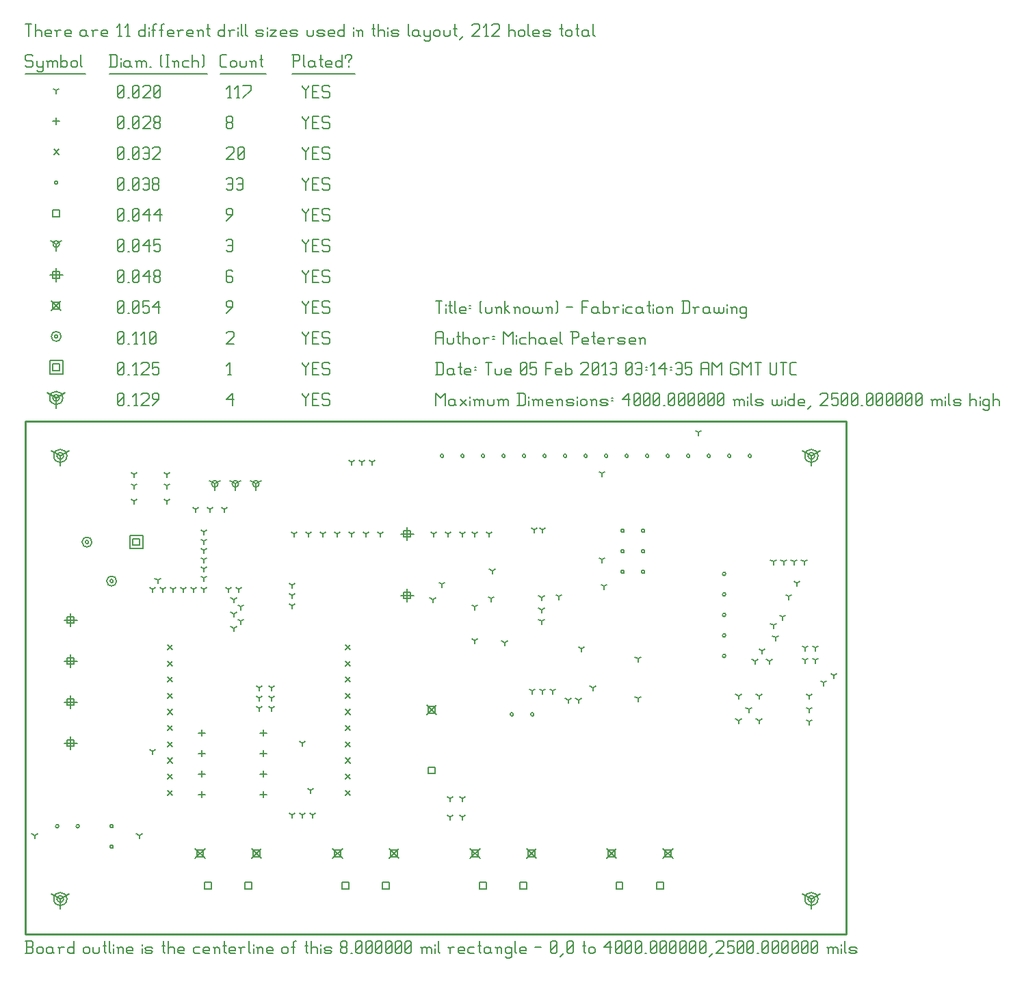
<source format=gbr>
G04 start of page 12 for group -3984 idx -3984 *
G04 Title: (unknown), fab *
G04 Creator: pcb 20110918 *
G04 CreationDate: Tue 05 Feb 2013 03:14:35 AM GMT UTC *
G04 For: railfan *
G04 Format: Gerber/RS-274X *
G04 PCB-Dimensions: 400000 250000 *
G04 PCB-Coordinate-Origin: lower left *
%MOIN*%
%FSLAX25Y25*%
%LNFAB*%
%ADD140C,0.0100*%
%ADD139C,0.0060*%
%ADD138C,0.0001*%
%ADD137R,0.0080X0.0080*%
G54D137*X17000Y233000D02*Y228200D01*
G54D138*G36*
X16454Y233147D02*X21307Y235946D01*
X21706Y235253D01*
X16853Y232454D01*
X16454Y233147D01*
G37*
G36*
X17147Y232454D02*X12294Y235253D01*
X12693Y235946D01*
X17546Y233147D01*
X17147Y232454D01*
G37*
G54D137*X15400Y233000D02*G75*G03X18600Y233000I1600J0D01*G01*
G75*G03X15400Y233000I-1600J0D01*G01*
X13800D02*G75*G03X20200Y233000I3200J0D01*G01*
G75*G03X13800Y233000I-3200J0D01*G01*
X383000Y17000D02*Y12200D01*
G54D138*G36*
X382454Y17147D02*X387307Y19946D01*
X387706Y19253D01*
X382853Y16454D01*
X382454Y17147D01*
G37*
G36*
X383147Y16454D02*X378294Y19253D01*
X378693Y19946D01*
X383546Y17147D01*
X383147Y16454D01*
G37*
G54D137*X381400Y17000D02*G75*G03X384600Y17000I1600J0D01*G01*
G75*G03X381400Y17000I-1600J0D01*G01*
X379800D02*G75*G03X386200Y17000I3200J0D01*G01*
G75*G03X379800Y17000I-3200J0D01*G01*
X17000D02*Y12200D01*
G54D138*G36*
X16454Y17147D02*X21307Y19946D01*
X21706Y19253D01*
X16853Y16454D01*
X16454Y17147D01*
G37*
G36*
X17147Y16454D02*X12294Y19253D01*
X12693Y19946D01*
X17546Y17147D01*
X17147Y16454D01*
G37*
G54D137*X15400Y17000D02*G75*G03X18600Y17000I1600J0D01*G01*
G75*G03X15400Y17000I-1600J0D01*G01*
X13800D02*G75*G03X20200Y17000I3200J0D01*G01*
G75*G03X13800Y17000I-3200J0D01*G01*
X383000Y233000D02*Y228200D01*
G54D138*G36*
X382454Y233147D02*X387307Y235946D01*
X387706Y235253D01*
X382853Y232454D01*
X382454Y233147D01*
G37*
G36*
X383147Y232454D02*X378294Y235253D01*
X378693Y235946D01*
X383546Y233147D01*
X383147Y232454D01*
G37*
G54D137*X381400Y233000D02*G75*G03X384600Y233000I1600J0D01*G01*
G75*G03X381400Y233000I-1600J0D01*G01*
X379800D02*G75*G03X386200Y233000I3200J0D01*G01*
G75*G03X379800Y233000I-3200J0D01*G01*
X15000Y261250D02*Y256450D01*
G54D138*G36*
X14454Y261397D02*X19307Y264196D01*
X19706Y263503D01*
X14853Y260704D01*
X14454Y261397D01*
G37*
G36*
X15147Y260704D02*X10294Y263503D01*
X10693Y264196D01*
X15546Y261397D01*
X15147Y260704D01*
G37*
G54D137*X13400Y261250D02*G75*G03X16600Y261250I1600J0D01*G01*
G75*G03X13400Y261250I-1600J0D01*G01*
X11800D02*G75*G03X18200Y261250I3200J0D01*G01*
G75*G03X11800Y261250I-3200J0D01*G01*
G54D139*X135000Y263500D02*Y262750D01*
X136500Y261250D01*
X138000Y262750D01*
Y263500D02*Y262750D01*
X136500Y261250D02*Y257500D01*
X139800Y260500D02*X142050D01*
X139800Y257500D02*X142800D01*
X139800Y263500D02*Y257500D01*
Y263500D02*X142800D01*
X147600D02*X148350Y262750D01*
X145350Y263500D02*X147600D01*
X144600Y262750D02*X145350Y263500D01*
X144600Y262750D02*Y261250D01*
X145350Y260500D01*
X147600D01*
X148350Y259750D01*
Y258250D01*
X147600Y257500D02*X148350Y258250D01*
X145350Y257500D02*X147600D01*
X144600Y258250D02*X145350Y257500D01*
X98000Y260500D02*X101000Y263500D01*
X98000Y260500D02*X101750D01*
X101000Y263500D02*Y257500D01*
X45000Y258250D02*X45750Y257500D01*
X45000Y262750D02*Y258250D01*
Y262750D02*X45750Y263500D01*
X47250D01*
X48000Y262750D01*
Y258250D01*
X47250Y257500D02*X48000Y258250D01*
X45750Y257500D02*X47250D01*
X45000Y259000D02*X48000Y262000D01*
X49800Y257500D02*X50550D01*
X53100D02*X54600D01*
X53850Y263500D02*Y257500D01*
X52350Y262000D02*X53850Y263500D01*
X56400Y262750D02*X57150Y263500D01*
X59400D01*
X60150Y262750D01*
Y261250D01*
X56400Y257500D02*X60150Y261250D01*
X56400Y257500D02*X60150D01*
X61950D02*X64950Y260500D01*
Y262750D02*Y260500D01*
X64200Y263500D02*X64950Y262750D01*
X62700Y263500D02*X64200D01*
X61950Y262750D02*X62700Y263500D01*
X61950Y262750D02*Y261250D01*
X62700Y260500D01*
X64950D01*
X52400Y192600D02*X55600D01*
X52400D02*Y189400D01*
X55600D01*
Y192600D02*Y189400D01*
X50800Y194200D02*X57200D01*
X50800D02*Y187800D01*
X57200D01*
Y194200D02*Y187800D01*
X13400Y277850D02*X16600D01*
X13400D02*Y274650D01*
X16600D01*
Y277850D02*Y274650D01*
X11800Y279450D02*X18200D01*
X11800D02*Y273050D01*
X18200D01*
Y279450D02*Y273050D01*
X135000Y278500D02*Y277750D01*
X136500Y276250D01*
X138000Y277750D01*
Y278500D02*Y277750D01*
X136500Y276250D02*Y272500D01*
X139800Y275500D02*X142050D01*
X139800Y272500D02*X142800D01*
X139800Y278500D02*Y272500D01*
Y278500D02*X142800D01*
X147600D02*X148350Y277750D01*
X145350Y278500D02*X147600D01*
X144600Y277750D02*X145350Y278500D01*
X144600Y277750D02*Y276250D01*
X145350Y275500D01*
X147600D01*
X148350Y274750D01*
Y273250D01*
X147600Y272500D02*X148350Y273250D01*
X145350Y272500D02*X147600D01*
X144600Y273250D02*X145350Y272500D01*
X98750D02*X100250D01*
X99500Y278500D02*Y272500D01*
X98000Y277000D02*X99500Y278500D01*
X45000Y273250D02*X45750Y272500D01*
X45000Y277750D02*Y273250D01*
Y277750D02*X45750Y278500D01*
X47250D01*
X48000Y277750D01*
Y273250D01*
X47250Y272500D02*X48000Y273250D01*
X45750Y272500D02*X47250D01*
X45000Y274000D02*X48000Y277000D01*
X49800Y272500D02*X50550D01*
X53100D02*X54600D01*
X53850Y278500D02*Y272500D01*
X52350Y277000D02*X53850Y278500D01*
X56400Y277750D02*X57150Y278500D01*
X59400D01*
X60150Y277750D01*
Y276250D01*
X56400Y272500D02*X60150Y276250D01*
X56400Y272500D02*X60150D01*
X61950Y278500D02*X64950D01*
X61950D02*Y275500D01*
X62700Y276250D01*
X64200D01*
X64950Y275500D01*
Y273250D01*
X64200Y272500D02*X64950Y273250D01*
X62700Y272500D02*X64200D01*
X61950Y273250D02*X62700Y272500D01*
X29200Y191000D02*G75*G03X30800Y191000I800J0D01*G01*
G75*G03X29200Y191000I-800J0D01*G01*
X27600D02*G75*G03X32400Y191000I2400J0D01*G01*
G75*G03X27600Y191000I-2400J0D01*G01*
X41200Y172000D02*G75*G03X42800Y172000I800J0D01*G01*
G75*G03X41200Y172000I-800J0D01*G01*
X39600D02*G75*G03X44400Y172000I2400J0D01*G01*
G75*G03X39600Y172000I-2400J0D01*G01*
X14200Y291250D02*G75*G03X15800Y291250I800J0D01*G01*
G75*G03X14200Y291250I-800J0D01*G01*
X12600D02*G75*G03X17400Y291250I2400J0D01*G01*
G75*G03X12600Y291250I-2400J0D01*G01*
X135000Y293500D02*Y292750D01*
X136500Y291250D01*
X138000Y292750D01*
Y293500D02*Y292750D01*
X136500Y291250D02*Y287500D01*
X139800Y290500D02*X142050D01*
X139800Y287500D02*X142800D01*
X139800Y293500D02*Y287500D01*
Y293500D02*X142800D01*
X147600D02*X148350Y292750D01*
X145350Y293500D02*X147600D01*
X144600Y292750D02*X145350Y293500D01*
X144600Y292750D02*Y291250D01*
X145350Y290500D01*
X147600D01*
X148350Y289750D01*
Y288250D01*
X147600Y287500D02*X148350Y288250D01*
X145350Y287500D02*X147600D01*
X144600Y288250D02*X145350Y287500D01*
X98000Y292750D02*X98750Y293500D01*
X101000D01*
X101750Y292750D01*
Y291250D01*
X98000Y287500D02*X101750Y291250D01*
X98000Y287500D02*X101750D01*
X45000Y288250D02*X45750Y287500D01*
X45000Y292750D02*Y288250D01*
Y292750D02*X45750Y293500D01*
X47250D01*
X48000Y292750D01*
Y288250D01*
X47250Y287500D02*X48000Y288250D01*
X45750Y287500D02*X47250D01*
X45000Y289000D02*X48000Y292000D01*
X49800Y287500D02*X50550D01*
X53100D02*X54600D01*
X53850Y293500D02*Y287500D01*
X52350Y292000D02*X53850Y293500D01*
X57150Y287500D02*X58650D01*
X57900Y293500D02*Y287500D01*
X56400Y292000D02*X57900Y293500D01*
X60450Y288250D02*X61200Y287500D01*
X60450Y292750D02*Y288250D01*
Y292750D02*X61200Y293500D01*
X62700D01*
X63450Y292750D01*
Y288250D01*
X62700Y287500D02*X63450Y288250D01*
X61200Y287500D02*X62700D01*
X60450Y289000D02*X63450Y292000D01*
X195600Y111664D02*X200400Y106864D01*
X195600D02*X200400Y111664D01*
X196400Y110864D02*X199600D01*
X196400D02*Y107664D01*
X199600D01*
Y110864D02*Y107664D01*
X82663Y41648D02*X87463Y36848D01*
X82663D02*X87463Y41648D01*
X83463Y40848D02*X86663D01*
X83463D02*Y37648D01*
X86663D01*
Y40848D02*Y37648D01*
X110222Y41648D02*X115022Y36848D01*
X110222D02*X115022Y41648D01*
X111022Y40848D02*X114222D01*
X111022D02*Y37648D01*
X114222D01*
Y40848D02*Y37648D01*
X149663Y41648D02*X154463Y36848D01*
X149663D02*X154463Y41648D01*
X150463Y40848D02*X153663D01*
X150463D02*Y37648D01*
X153663D01*
Y40848D02*Y37648D01*
X177222Y41648D02*X182022Y36848D01*
X177222D02*X182022Y41648D01*
X178022Y40848D02*X181222D01*
X178022D02*Y37648D01*
X181222D01*
Y40848D02*Y37648D01*
X216663Y41648D02*X221463Y36848D01*
X216663D02*X221463Y41648D01*
X217463Y40848D02*X220663D01*
X217463D02*Y37648D01*
X220663D01*
Y40848D02*Y37648D01*
X244222Y41648D02*X249022Y36848D01*
X244222D02*X249022Y41648D01*
X245022Y40848D02*X248222D01*
X245022D02*Y37648D01*
X248222D01*
Y40848D02*Y37648D01*
X283163Y41648D02*X287963Y36848D01*
X283163D02*X287963Y41648D01*
X283963Y40848D02*X287163D01*
X283963D02*Y37648D01*
X287163D01*
Y40848D02*Y37648D01*
X310722Y41648D02*X315522Y36848D01*
X310722D02*X315522Y41648D01*
X311522Y40848D02*X314722D01*
X311522D02*Y37648D01*
X314722D01*
Y40848D02*Y37648D01*
X12600Y308650D02*X17400Y303850D01*
X12600D02*X17400Y308650D01*
X13400Y307850D02*X16600D01*
X13400D02*Y304650D01*
X16600D01*
Y307850D02*Y304650D01*
X135000Y308500D02*Y307750D01*
X136500Y306250D01*
X138000Y307750D01*
Y308500D02*Y307750D01*
X136500Y306250D02*Y302500D01*
X139800Y305500D02*X142050D01*
X139800Y302500D02*X142800D01*
X139800Y308500D02*Y302500D01*
Y308500D02*X142800D01*
X147600D02*X148350Y307750D01*
X145350Y308500D02*X147600D01*
X144600Y307750D02*X145350Y308500D01*
X144600Y307750D02*Y306250D01*
X145350Y305500D01*
X147600D01*
X148350Y304750D01*
Y303250D01*
X147600Y302500D02*X148350Y303250D01*
X145350Y302500D02*X147600D01*
X144600Y303250D02*X145350Y302500D01*
X98000D02*X101000Y305500D01*
Y307750D02*Y305500D01*
X100250Y308500D02*X101000Y307750D01*
X98750Y308500D02*X100250D01*
X98000Y307750D02*X98750Y308500D01*
X98000Y307750D02*Y306250D01*
X98750Y305500D01*
X101000D01*
X45000Y303250D02*X45750Y302500D01*
X45000Y307750D02*Y303250D01*
Y307750D02*X45750Y308500D01*
X47250D01*
X48000Y307750D01*
Y303250D01*
X47250Y302500D02*X48000Y303250D01*
X45750Y302500D02*X47250D01*
X45000Y304000D02*X48000Y307000D01*
X49800Y302500D02*X50550D01*
X52350Y303250D02*X53100Y302500D01*
X52350Y307750D02*Y303250D01*
Y307750D02*X53100Y308500D01*
X54600D01*
X55350Y307750D01*
Y303250D01*
X54600Y302500D02*X55350Y303250D01*
X53100Y302500D02*X54600D01*
X52350Y304000D02*X55350Y307000D01*
X57150Y308500D02*X60150D01*
X57150D02*Y305500D01*
X57900Y306250D01*
X59400D01*
X60150Y305500D01*
Y303250D01*
X59400Y302500D02*X60150Y303250D01*
X57900Y302500D02*X59400D01*
X57150Y303250D02*X57900Y302500D01*
X61950Y305500D02*X64950Y308500D01*
X61950Y305500D02*X65700D01*
X64950Y308500D02*Y302500D01*
X22000Y116200D02*Y109800D01*
X18800Y113000D02*X25200D01*
X20400Y114600D02*X23600D01*
X20400D02*Y111400D01*
X23600D01*
Y114600D02*Y111400D01*
X22000Y96200D02*Y89800D01*
X18800Y93000D02*X25200D01*
X20400Y94600D02*X23600D01*
X20400D02*Y91400D01*
X23600D01*
Y94600D02*Y91400D01*
X22000Y156200D02*Y149800D01*
X18800Y153000D02*X25200D01*
X20400Y154600D02*X23600D01*
X20400D02*Y151400D01*
X23600D01*
Y154600D02*Y151400D01*
X22000Y136200D02*Y129800D01*
X18800Y133000D02*X25200D01*
X20400Y134600D02*X23600D01*
X20400D02*Y131400D01*
X23600D01*
Y134600D02*Y131400D01*
X186000Y198200D02*Y191800D01*
X182800Y195000D02*X189200D01*
X184400Y196600D02*X187600D01*
X184400D02*Y193400D01*
X187600D01*
Y196600D02*Y193400D01*
X186000Y168200D02*Y161800D01*
X182800Y165000D02*X189200D01*
X184400Y166600D02*X187600D01*
X184400D02*Y163400D01*
X187600D01*
Y166600D02*Y163400D01*
X15000Y324450D02*Y318050D01*
X11800Y321250D02*X18200D01*
X13400Y322850D02*X16600D01*
X13400D02*Y319650D01*
X16600D01*
Y322850D02*Y319650D01*
X135000Y323500D02*Y322750D01*
X136500Y321250D01*
X138000Y322750D01*
Y323500D02*Y322750D01*
X136500Y321250D02*Y317500D01*
X139800Y320500D02*X142050D01*
X139800Y317500D02*X142800D01*
X139800Y323500D02*Y317500D01*
Y323500D02*X142800D01*
X147600D02*X148350Y322750D01*
X145350Y323500D02*X147600D01*
X144600Y322750D02*X145350Y323500D01*
X144600Y322750D02*Y321250D01*
X145350Y320500D01*
X147600D01*
X148350Y319750D01*
Y318250D01*
X147600Y317500D02*X148350Y318250D01*
X145350Y317500D02*X147600D01*
X144600Y318250D02*X145350Y317500D01*
X100250Y323500D02*X101000Y322750D01*
X98750Y323500D02*X100250D01*
X98000Y322750D02*X98750Y323500D01*
X98000Y322750D02*Y318250D01*
X98750Y317500D01*
X100250Y320500D02*X101000Y319750D01*
X98000Y320500D02*X100250D01*
X98750Y317500D02*X100250D01*
X101000Y318250D01*
Y319750D02*Y318250D01*
X45000D02*X45750Y317500D01*
X45000Y322750D02*Y318250D01*
Y322750D02*X45750Y323500D01*
X47250D01*
X48000Y322750D01*
Y318250D01*
X47250Y317500D02*X48000Y318250D01*
X45750Y317500D02*X47250D01*
X45000Y319000D02*X48000Y322000D01*
X49800Y317500D02*X50550D01*
X52350Y318250D02*X53100Y317500D01*
X52350Y322750D02*Y318250D01*
Y322750D02*X53100Y323500D01*
X54600D01*
X55350Y322750D01*
Y318250D01*
X54600Y317500D02*X55350Y318250D01*
X53100Y317500D02*X54600D01*
X52350Y319000D02*X55350Y322000D01*
X57150Y320500D02*X60150Y323500D01*
X57150Y320500D02*X60900D01*
X60150Y323500D02*Y317500D01*
X62700Y318250D02*X63450Y317500D01*
X62700Y319750D02*Y318250D01*
Y319750D02*X63450Y320500D01*
X64950D01*
X65700Y319750D01*
Y318250D01*
X64950Y317500D02*X65700Y318250D01*
X63450Y317500D02*X64950D01*
X62700Y321250D02*X63450Y320500D01*
X62700Y322750D02*Y321250D01*
Y322750D02*X63450Y323500D01*
X64950D01*
X65700Y322750D01*
Y321250D01*
X64950Y320500D02*X65700Y321250D01*
X112300Y219400D02*Y216200D01*
Y219400D02*X115073Y221000D01*
X112300Y219400D02*X109527Y221000D01*
X110700Y219400D02*G75*G03X113900Y219400I1600J0D01*G01*
G75*G03X110700Y219400I-1600J0D01*G01*
X102300D02*Y216200D01*
Y219400D02*X105073Y221000D01*
X102300Y219400D02*X99527Y221000D01*
X100700Y219400D02*G75*G03X103900Y219400I1600J0D01*G01*
G75*G03X100700Y219400I-1600J0D01*G01*
X92300D02*Y216200D01*
Y219400D02*X95073Y221000D01*
X92300Y219400D02*X89527Y221000D01*
X90700Y219400D02*G75*G03X93900Y219400I1600J0D01*G01*
G75*G03X90700Y219400I-1600J0D01*G01*
X15000Y336250D02*Y333050D01*
Y336250D02*X17773Y337850D01*
X15000Y336250D02*X12227Y337850D01*
X13400Y336250D02*G75*G03X16600Y336250I1600J0D01*G01*
G75*G03X13400Y336250I-1600J0D01*G01*
X135000Y338500D02*Y337750D01*
X136500Y336250D01*
X138000Y337750D01*
Y338500D02*Y337750D01*
X136500Y336250D02*Y332500D01*
X139800Y335500D02*X142050D01*
X139800Y332500D02*X142800D01*
X139800Y338500D02*Y332500D01*
Y338500D02*X142800D01*
X147600D02*X148350Y337750D01*
X145350Y338500D02*X147600D01*
X144600Y337750D02*X145350Y338500D01*
X144600Y337750D02*Y336250D01*
X145350Y335500D01*
X147600D01*
X148350Y334750D01*
Y333250D01*
X147600Y332500D02*X148350Y333250D01*
X145350Y332500D02*X147600D01*
X144600Y333250D02*X145350Y332500D01*
X98000Y337750D02*X98750Y338500D01*
X100250D01*
X101000Y337750D01*
Y333250D01*
X100250Y332500D02*X101000Y333250D01*
X98750Y332500D02*X100250D01*
X98000Y333250D02*X98750Y332500D01*
Y335500D02*X101000D01*
X45000Y333250D02*X45750Y332500D01*
X45000Y337750D02*Y333250D01*
Y337750D02*X45750Y338500D01*
X47250D01*
X48000Y337750D01*
Y333250D01*
X47250Y332500D02*X48000Y333250D01*
X45750Y332500D02*X47250D01*
X45000Y334000D02*X48000Y337000D01*
X49800Y332500D02*X50550D01*
X52350Y333250D02*X53100Y332500D01*
X52350Y337750D02*Y333250D01*
Y337750D02*X53100Y338500D01*
X54600D01*
X55350Y337750D01*
Y333250D01*
X54600Y332500D02*X55350Y333250D01*
X53100Y332500D02*X54600D01*
X52350Y334000D02*X55350Y337000D01*
X57150Y335500D02*X60150Y338500D01*
X57150Y335500D02*X60900D01*
X60150Y338500D02*Y332500D01*
X62700Y338500D02*X65700D01*
X62700D02*Y335500D01*
X63450Y336250D01*
X64950D01*
X65700Y335500D01*
Y333250D01*
X64950Y332500D02*X65700Y333250D01*
X63450Y332500D02*X64950D01*
X62700Y333250D02*X63450Y332500D01*
X196400Y81336D02*X199600D01*
X196400D02*Y78136D01*
X199600D01*
Y81336D02*Y78136D01*
X87400Y25100D02*X90600D01*
X87400D02*Y21900D01*
X90600D01*
Y25100D02*Y21900D01*
X107085Y25100D02*X110285D01*
X107085D02*Y21900D01*
X110285D01*
Y25100D02*Y21900D01*
X154400Y25100D02*X157600D01*
X154400D02*Y21900D01*
X157600D01*
Y25100D02*Y21900D01*
X174085Y25100D02*X177285D01*
X174085D02*Y21900D01*
X177285D01*
Y25100D02*Y21900D01*
X221400Y25100D02*X224600D01*
X221400D02*Y21900D01*
X224600D01*
Y25100D02*Y21900D01*
X241085Y25100D02*X244285D01*
X241085D02*Y21900D01*
X244285D01*
Y25100D02*Y21900D01*
X287900Y25100D02*X291100D01*
X287900D02*Y21900D01*
X291100D01*
Y25100D02*Y21900D01*
X307585Y25100D02*X310785D01*
X307585D02*Y21900D01*
X310785D01*
Y25100D02*Y21900D01*
X13400Y352850D02*X16600D01*
X13400D02*Y349650D01*
X16600D01*
Y352850D02*Y349650D01*
X135000Y353500D02*Y352750D01*
X136500Y351250D01*
X138000Y352750D01*
Y353500D02*Y352750D01*
X136500Y351250D02*Y347500D01*
X139800Y350500D02*X142050D01*
X139800Y347500D02*X142800D01*
X139800Y353500D02*Y347500D01*
Y353500D02*X142800D01*
X147600D02*X148350Y352750D01*
X145350Y353500D02*X147600D01*
X144600Y352750D02*X145350Y353500D01*
X144600Y352750D02*Y351250D01*
X145350Y350500D01*
X147600D01*
X148350Y349750D01*
Y348250D01*
X147600Y347500D02*X148350Y348250D01*
X145350Y347500D02*X147600D01*
X144600Y348250D02*X145350Y347500D01*
X98000D02*X101000Y350500D01*
Y352750D02*Y350500D01*
X100250Y353500D02*X101000Y352750D01*
X98750Y353500D02*X100250D01*
X98000Y352750D02*X98750Y353500D01*
X98000Y352750D02*Y351250D01*
X98750Y350500D01*
X101000D01*
X45000Y348250D02*X45750Y347500D01*
X45000Y352750D02*Y348250D01*
Y352750D02*X45750Y353500D01*
X47250D01*
X48000Y352750D01*
Y348250D01*
X47250Y347500D02*X48000Y348250D01*
X45750Y347500D02*X47250D01*
X45000Y349000D02*X48000Y352000D01*
X49800Y347500D02*X50550D01*
X52350Y348250D02*X53100Y347500D01*
X52350Y352750D02*Y348250D01*
Y352750D02*X53100Y353500D01*
X54600D01*
X55350Y352750D01*
Y348250D01*
X54600Y347500D02*X55350Y348250D01*
X53100Y347500D02*X54600D01*
X52350Y349000D02*X55350Y352000D01*
X57150Y350500D02*X60150Y353500D01*
X57150Y350500D02*X60900D01*
X60150Y353500D02*Y347500D01*
X62700Y350500D02*X65700Y353500D01*
X62700Y350500D02*X66450D01*
X65700Y353500D02*Y347500D01*
X352200Y233000D02*G75*G03X353800Y233000I800J0D01*G01*
G75*G03X352200Y233000I-800J0D01*G01*
X342200D02*G75*G03X343800Y233000I800J0D01*G01*
G75*G03X342200Y233000I-800J0D01*G01*
X332200D02*G75*G03X333800Y233000I800J0D01*G01*
G75*G03X332200Y233000I-800J0D01*G01*
X322200D02*G75*G03X323800Y233000I800J0D01*G01*
G75*G03X322200Y233000I-800J0D01*G01*
X312200D02*G75*G03X313800Y233000I800J0D01*G01*
G75*G03X312200Y233000I-800J0D01*G01*
X302200D02*G75*G03X303800Y233000I800J0D01*G01*
G75*G03X302200Y233000I-800J0D01*G01*
X292200D02*G75*G03X293800Y233000I800J0D01*G01*
G75*G03X292200Y233000I-800J0D01*G01*
X282200D02*G75*G03X283800Y233000I800J0D01*G01*
G75*G03X282200Y233000I-800J0D01*G01*
X272200D02*G75*G03X273800Y233000I800J0D01*G01*
G75*G03X272200Y233000I-800J0D01*G01*
X262200D02*G75*G03X263800Y233000I800J0D01*G01*
G75*G03X262200Y233000I-800J0D01*G01*
X252200D02*G75*G03X253800Y233000I800J0D01*G01*
G75*G03X252200Y233000I-800J0D01*G01*
X242200D02*G75*G03X243800Y233000I800J0D01*G01*
G75*G03X242200Y233000I-800J0D01*G01*
X232200D02*G75*G03X233800Y233000I800J0D01*G01*
G75*G03X232200Y233000I-800J0D01*G01*
X222200D02*G75*G03X223800Y233000I800J0D01*G01*
G75*G03X222200Y233000I-800J0D01*G01*
X212200D02*G75*G03X213800Y233000I800J0D01*G01*
G75*G03X212200Y233000I-800J0D01*G01*
X202200D02*G75*G03X203800Y233000I800J0D01*G01*
G75*G03X202200Y233000I-800J0D01*G01*
X290200Y196500D02*G75*G03X291800Y196500I800J0D01*G01*
G75*G03X290200Y196500I-800J0D01*G01*
Y186500D02*G75*G03X291800Y186500I800J0D01*G01*
G75*G03X290200Y186500I-800J0D01*G01*
Y176500D02*G75*G03X291800Y176500I800J0D01*G01*
G75*G03X290200Y176500I-800J0D01*G01*
X300200Y196500D02*G75*G03X301800Y196500I800J0D01*G01*
G75*G03X300200Y196500I-800J0D01*G01*
Y186500D02*G75*G03X301800Y186500I800J0D01*G01*
G75*G03X300200Y186500I-800J0D01*G01*
Y176500D02*G75*G03X301800Y176500I800J0D01*G01*
G75*G03X300200Y176500I-800J0D01*G01*
X339700Y135500D02*G75*G03X341300Y135500I800J0D01*G01*
G75*G03X339700Y135500I-800J0D01*G01*
Y145500D02*G75*G03X341300Y145500I800J0D01*G01*
G75*G03X339700Y145500I-800J0D01*G01*
Y155500D02*G75*G03X341300Y155500I800J0D01*G01*
G75*G03X339700Y155500I-800J0D01*G01*
Y165500D02*G75*G03X341300Y165500I800J0D01*G01*
G75*G03X339700Y165500I-800J0D01*G01*
Y175500D02*G75*G03X341300Y175500I800J0D01*G01*
G75*G03X339700Y175500I-800J0D01*G01*
X236200Y107000D02*G75*G03X237800Y107000I800J0D01*G01*
G75*G03X236200Y107000I-800J0D01*G01*
X246200D02*G75*G03X247800Y107000I800J0D01*G01*
G75*G03X246200Y107000I-800J0D01*G01*
X14700Y52500D02*G75*G03X16300Y52500I800J0D01*G01*
G75*G03X14700Y52500I-800J0D01*G01*
X24700D02*G75*G03X26300Y52500I800J0D01*G01*
G75*G03X24700Y52500I-800J0D01*G01*
X41200D02*G75*G03X42800Y52500I800J0D01*G01*
G75*G03X41200Y52500I-800J0D01*G01*
Y42500D02*G75*G03X42800Y42500I800J0D01*G01*
G75*G03X41200Y42500I-800J0D01*G01*
X14200Y366250D02*G75*G03X15800Y366250I800J0D01*G01*
G75*G03X14200Y366250I-800J0D01*G01*
X135000Y368500D02*Y367750D01*
X136500Y366250D01*
X138000Y367750D01*
Y368500D02*Y367750D01*
X136500Y366250D02*Y362500D01*
X139800Y365500D02*X142050D01*
X139800Y362500D02*X142800D01*
X139800Y368500D02*Y362500D01*
Y368500D02*X142800D01*
X147600D02*X148350Y367750D01*
X145350Y368500D02*X147600D01*
X144600Y367750D02*X145350Y368500D01*
X144600Y367750D02*Y366250D01*
X145350Y365500D01*
X147600D01*
X148350Y364750D01*
Y363250D01*
X147600Y362500D02*X148350Y363250D01*
X145350Y362500D02*X147600D01*
X144600Y363250D02*X145350Y362500D01*
X98000Y367750D02*X98750Y368500D01*
X100250D01*
X101000Y367750D01*
Y363250D01*
X100250Y362500D02*X101000Y363250D01*
X98750Y362500D02*X100250D01*
X98000Y363250D02*X98750Y362500D01*
Y365500D02*X101000D01*
X102800Y367750D02*X103550Y368500D01*
X105050D01*
X105800Y367750D01*
Y363250D01*
X105050Y362500D02*X105800Y363250D01*
X103550Y362500D02*X105050D01*
X102800Y363250D02*X103550Y362500D01*
Y365500D02*X105800D01*
X45000Y363250D02*X45750Y362500D01*
X45000Y367750D02*Y363250D01*
Y367750D02*X45750Y368500D01*
X47250D01*
X48000Y367750D01*
Y363250D01*
X47250Y362500D02*X48000Y363250D01*
X45750Y362500D02*X47250D01*
X45000Y364000D02*X48000Y367000D01*
X49800Y362500D02*X50550D01*
X52350Y363250D02*X53100Y362500D01*
X52350Y367750D02*Y363250D01*
Y367750D02*X53100Y368500D01*
X54600D01*
X55350Y367750D01*
Y363250D01*
X54600Y362500D02*X55350Y363250D01*
X53100Y362500D02*X54600D01*
X52350Y364000D02*X55350Y367000D01*
X57150Y367750D02*X57900Y368500D01*
X59400D01*
X60150Y367750D01*
Y363250D01*
X59400Y362500D02*X60150Y363250D01*
X57900Y362500D02*X59400D01*
X57150Y363250D02*X57900Y362500D01*
Y365500D02*X60150D01*
X61950Y363250D02*X62700Y362500D01*
X61950Y364750D02*Y363250D01*
Y364750D02*X62700Y365500D01*
X64200D01*
X64950Y364750D01*
Y363250D01*
X64200Y362500D02*X64950Y363250D01*
X62700Y362500D02*X64200D01*
X61950Y366250D02*X62700Y365500D01*
X61950Y367750D02*Y366250D01*
Y367750D02*X62700Y368500D01*
X64200D01*
X64950Y367750D01*
Y366250D01*
X64200Y365500D02*X64950Y366250D01*
X69193Y140900D02*X71593Y138500D01*
X69193D02*X71593Y140900D01*
X69193Y133026D02*X71593Y130626D01*
X69193D02*X71593Y133026D01*
X69193Y125152D02*X71593Y122752D01*
X69193D02*X71593Y125152D01*
X69193Y117278D02*X71593Y114878D01*
X69193D02*X71593Y117278D01*
X69193Y109404D02*X71593Y107004D01*
X69193D02*X71593Y109404D01*
X69193Y101530D02*X71593Y99130D01*
X69193D02*X71593Y101530D01*
X69193Y93656D02*X71593Y91256D01*
X69193D02*X71593Y93656D01*
X69193Y85782D02*X71593Y83382D01*
X69193D02*X71593Y85782D01*
X69193Y77908D02*X71593Y75508D01*
X69193D02*X71593Y77908D01*
X69193Y70034D02*X71593Y67634D01*
X69193D02*X71593Y70034D01*
X155807Y140900D02*X158207Y138500D01*
X155807D02*X158207Y140900D01*
X155807Y133026D02*X158207Y130626D01*
X155807D02*X158207Y133026D01*
X155807Y125152D02*X158207Y122752D01*
X155807D02*X158207Y125152D01*
X155807Y117278D02*X158207Y114878D01*
X155807D02*X158207Y117278D01*
X155807Y109404D02*X158207Y107004D01*
X155807D02*X158207Y109404D01*
X155807Y101530D02*X158207Y99130D01*
X155807D02*X158207Y101530D01*
X155807Y93656D02*X158207Y91256D01*
X155807D02*X158207Y93656D01*
X155807Y85782D02*X158207Y83382D01*
X155807D02*X158207Y85782D01*
X155807Y77908D02*X158207Y75508D01*
X155807D02*X158207Y77908D01*
X155807Y70034D02*X158207Y67634D01*
X155807D02*X158207Y70034D01*
X13800Y382450D02*X16200Y380050D01*
X13800D02*X16200Y382450D01*
X135000Y383500D02*Y382750D01*
X136500Y381250D01*
X138000Y382750D01*
Y383500D02*Y382750D01*
X136500Y381250D02*Y377500D01*
X139800Y380500D02*X142050D01*
X139800Y377500D02*X142800D01*
X139800Y383500D02*Y377500D01*
Y383500D02*X142800D01*
X147600D02*X148350Y382750D01*
X145350Y383500D02*X147600D01*
X144600Y382750D02*X145350Y383500D01*
X144600Y382750D02*Y381250D01*
X145350Y380500D01*
X147600D01*
X148350Y379750D01*
Y378250D01*
X147600Y377500D02*X148350Y378250D01*
X145350Y377500D02*X147600D01*
X144600Y378250D02*X145350Y377500D01*
X98000Y382750D02*X98750Y383500D01*
X101000D01*
X101750Y382750D01*
Y381250D01*
X98000Y377500D02*X101750Y381250D01*
X98000Y377500D02*X101750D01*
X103550Y378250D02*X104300Y377500D01*
X103550Y382750D02*Y378250D01*
Y382750D02*X104300Y383500D01*
X105800D01*
X106550Y382750D01*
Y378250D01*
X105800Y377500D02*X106550Y378250D01*
X104300Y377500D02*X105800D01*
X103550Y379000D02*X106550Y382000D01*
X45000Y378250D02*X45750Y377500D01*
X45000Y382750D02*Y378250D01*
Y382750D02*X45750Y383500D01*
X47250D01*
X48000Y382750D01*
Y378250D01*
X47250Y377500D02*X48000Y378250D01*
X45750Y377500D02*X47250D01*
X45000Y379000D02*X48000Y382000D01*
X49800Y377500D02*X50550D01*
X52350Y378250D02*X53100Y377500D01*
X52350Y382750D02*Y378250D01*
Y382750D02*X53100Y383500D01*
X54600D01*
X55350Y382750D01*
Y378250D01*
X54600Y377500D02*X55350Y378250D01*
X53100Y377500D02*X54600D01*
X52350Y379000D02*X55350Y382000D01*
X57150Y382750D02*X57900Y383500D01*
X59400D01*
X60150Y382750D01*
Y378250D01*
X59400Y377500D02*X60150Y378250D01*
X57900Y377500D02*X59400D01*
X57150Y378250D02*X57900Y377500D01*
Y380500D02*X60150D01*
X61950Y382750D02*X62700Y383500D01*
X64950D01*
X65700Y382750D01*
Y381250D01*
X61950Y377500D02*X65700Y381250D01*
X61950Y377500D02*X65700D01*
X116000Y69600D02*Y66400D01*
X114400Y68000D02*X117600D01*
X116000Y79600D02*Y76400D01*
X114400Y78000D02*X117600D01*
X116000Y89600D02*Y86400D01*
X114400Y88000D02*X117600D01*
X116000Y99600D02*Y96400D01*
X114400Y98000D02*X117600D01*
X86000Y99600D02*Y96400D01*
X84400Y98000D02*X87600D01*
X86000Y89600D02*Y86400D01*
X84400Y88000D02*X87600D01*
X86000Y79600D02*Y76400D01*
X84400Y78000D02*X87600D01*
X86000Y69600D02*Y66400D01*
X84400Y68000D02*X87600D01*
X15000Y397850D02*Y394650D01*
X13400Y396250D02*X16600D01*
X135000Y398500D02*Y397750D01*
X136500Y396250D01*
X138000Y397750D01*
Y398500D02*Y397750D01*
X136500Y396250D02*Y392500D01*
X139800Y395500D02*X142050D01*
X139800Y392500D02*X142800D01*
X139800Y398500D02*Y392500D01*
Y398500D02*X142800D01*
X147600D02*X148350Y397750D01*
X145350Y398500D02*X147600D01*
X144600Y397750D02*X145350Y398500D01*
X144600Y397750D02*Y396250D01*
X145350Y395500D01*
X147600D01*
X148350Y394750D01*
Y393250D01*
X147600Y392500D02*X148350Y393250D01*
X145350Y392500D02*X147600D01*
X144600Y393250D02*X145350Y392500D01*
X98000Y393250D02*X98750Y392500D01*
X98000Y394750D02*Y393250D01*
Y394750D02*X98750Y395500D01*
X100250D01*
X101000Y394750D01*
Y393250D01*
X100250Y392500D02*X101000Y393250D01*
X98750Y392500D02*X100250D01*
X98000Y396250D02*X98750Y395500D01*
X98000Y397750D02*Y396250D01*
Y397750D02*X98750Y398500D01*
X100250D01*
X101000Y397750D01*
Y396250D01*
X100250Y395500D02*X101000Y396250D01*
X45000Y393250D02*X45750Y392500D01*
X45000Y397750D02*Y393250D01*
Y397750D02*X45750Y398500D01*
X47250D01*
X48000Y397750D01*
Y393250D01*
X47250Y392500D02*X48000Y393250D01*
X45750Y392500D02*X47250D01*
X45000Y394000D02*X48000Y397000D01*
X49800Y392500D02*X50550D01*
X52350Y393250D02*X53100Y392500D01*
X52350Y397750D02*Y393250D01*
Y397750D02*X53100Y398500D01*
X54600D01*
X55350Y397750D01*
Y393250D01*
X54600Y392500D02*X55350Y393250D01*
X53100Y392500D02*X54600D01*
X52350Y394000D02*X55350Y397000D01*
X57150Y397750D02*X57900Y398500D01*
X60150D01*
X60900Y397750D01*
Y396250D01*
X57150Y392500D02*X60900Y396250D01*
X57150Y392500D02*X60900D01*
X62700Y393250D02*X63450Y392500D01*
X62700Y394750D02*Y393250D01*
Y394750D02*X63450Y395500D01*
X64950D01*
X65700Y394750D01*
Y393250D01*
X64950Y392500D02*X65700Y393250D01*
X63450Y392500D02*X64950D01*
X62700Y396250D02*X63450Y395500D01*
X62700Y397750D02*Y396250D01*
Y397750D02*X63450Y398500D01*
X64950D01*
X65700Y397750D01*
Y396250D01*
X64950Y395500D02*X65700Y396250D01*
X298500Y114894D02*Y113294D01*
Y114894D02*X299887Y115694D01*
X298500Y114894D02*X297113Y115694D01*
X298500Y134106D02*Y132506D01*
Y134106D02*X299887Y134906D01*
X298500Y134106D02*X297113Y134906D01*
X69000Y224000D02*Y222400D01*
Y224000D02*X70387Y224800D01*
X69000Y224000D02*X67613Y224800D01*
X53000Y224000D02*Y222400D01*
Y224000D02*X54387Y224800D01*
X53000Y224000D02*X51613Y224800D01*
X69000Y211000D02*Y209400D01*
Y211000D02*X70387Y211800D01*
X69000Y211000D02*X67613Y211800D01*
X53000Y211000D02*Y209400D01*
Y211000D02*X54387Y211800D01*
X53000Y211000D02*X51613Y211800D01*
X87000Y168000D02*Y166400D01*
Y168000D02*X88387Y168800D01*
X87000Y168000D02*X85613Y168800D01*
X99000Y168000D02*Y166400D01*
Y168000D02*X100387Y168800D01*
X99000Y168000D02*X97613Y168800D01*
X104000Y168000D02*Y166400D01*
Y168000D02*X105387Y168800D01*
X104000Y168000D02*X102613Y168800D01*
X120000Y110000D02*Y108400D01*
Y110000D02*X121387Y110800D01*
X120000Y110000D02*X118613Y110800D01*
X114000Y110000D02*Y108400D01*
Y110000D02*X115387Y110800D01*
X114000Y110000D02*X112613Y110800D01*
X114000Y115000D02*Y113400D01*
Y115000D02*X115387Y115800D01*
X114000Y115000D02*X112613Y115800D01*
X120000Y115000D02*Y113400D01*
Y115000D02*X121387Y115800D01*
X120000Y115000D02*X118613Y115800D01*
X135000Y58000D02*Y56400D01*
Y58000D02*X136387Y58800D01*
X135000Y58000D02*X133613Y58800D01*
X140000Y58000D02*Y56400D01*
Y58000D02*X141387Y58800D01*
X140000Y58000D02*X138613Y58800D01*
X114000Y120000D02*Y118400D01*
Y120000D02*X115387Y120800D01*
X114000Y120000D02*X112613Y120800D01*
X120000Y120000D02*Y118400D01*
Y120000D02*X121387Y120800D01*
X120000Y120000D02*X118613Y120800D01*
X135000Y93000D02*Y91400D01*
Y93000D02*X136387Y93800D01*
X135000Y93000D02*X133613Y93800D01*
X62000Y89000D02*Y87400D01*
Y89000D02*X63387Y89800D01*
X62000Y89000D02*X60613Y89800D01*
X130000Y160000D02*Y158400D01*
Y160000D02*X131387Y160800D01*
X130000Y160000D02*X128613Y160800D01*
X130000Y165000D02*Y163400D01*
Y165000D02*X131387Y165800D01*
X130000Y165000D02*X128613Y165800D01*
X130000Y170000D02*Y168400D01*
Y170000D02*X131387Y170800D01*
X130000Y170000D02*X128613Y170800D01*
X169000Y230000D02*Y228400D01*
Y230000D02*X170387Y230800D01*
X169000Y230000D02*X167613Y230800D01*
X164000Y230000D02*Y228400D01*
Y230000D02*X165387Y230800D01*
X164000Y230000D02*X162613Y230800D01*
X159000Y230000D02*Y228400D01*
Y230000D02*X160387Y230800D01*
X159000Y230000D02*X157613Y230800D01*
X83000Y207000D02*Y205400D01*
Y207000D02*X84387Y207800D01*
X83000Y207000D02*X81613Y207800D01*
X90000Y207000D02*Y205400D01*
Y207000D02*X91387Y207800D01*
X90000Y207000D02*X88613Y207800D01*
X97000Y207000D02*Y205400D01*
Y207000D02*X98387Y207800D01*
X97000Y207000D02*X95613Y207800D01*
X131000Y195000D02*Y193400D01*
Y195000D02*X132387Y195800D01*
X131000Y195000D02*X129613Y195800D01*
X138000Y195000D02*Y193400D01*
Y195000D02*X139387Y195800D01*
X138000Y195000D02*X136613Y195800D01*
X145000Y195000D02*Y193400D01*
Y195000D02*X146387Y195800D01*
X145000Y195000D02*X143613Y195800D01*
X152000Y195000D02*Y193400D01*
Y195000D02*X153387Y195800D01*
X152000Y195000D02*X150613Y195800D01*
X159000Y195000D02*Y193400D01*
Y195000D02*X160387Y195800D01*
X159000Y195000D02*X157613Y195800D01*
X166000Y195000D02*Y193400D01*
Y195000D02*X167387Y195800D01*
X166000Y195000D02*X164613Y195800D01*
X173000Y195000D02*Y193400D01*
Y195000D02*X174387Y195800D01*
X173000Y195000D02*X171613Y195800D01*
X199000Y195000D02*Y193400D01*
Y195000D02*X200387Y195800D01*
X199000Y195000D02*X197613Y195800D01*
X206000Y195000D02*Y193400D01*
Y195000D02*X207387Y195800D01*
X206000Y195000D02*X204613Y195800D01*
X213000Y195000D02*Y193400D01*
Y195000D02*X214387Y195800D01*
X213000Y195000D02*X211613Y195800D01*
X219000Y195000D02*Y193400D01*
Y195000D02*X220387Y195800D01*
X219000Y195000D02*X217613Y195800D01*
X226000Y195000D02*Y193400D01*
Y195000D02*X227387Y195800D01*
X226000Y195000D02*X224613Y195800D01*
X251500Y164000D02*Y162400D01*
Y164000D02*X252887Y164800D01*
X251500Y164000D02*X250113Y164800D01*
X251500Y158000D02*Y156400D01*
Y158000D02*X252887Y158800D01*
X251500Y158000D02*X250113Y158800D01*
X251500Y152500D02*Y150900D01*
Y152500D02*X252887Y153300D01*
X251500Y152500D02*X250113Y153300D01*
X260000Y164500D02*Y162900D01*
Y164500D02*X261387Y165300D01*
X260000Y164500D02*X258613Y165300D01*
X247000Y118500D02*Y116900D01*
Y118500D02*X248387Y119300D01*
X247000Y118500D02*X245613Y119300D01*
X252000Y118500D02*Y116900D01*
Y118500D02*X253387Y119300D01*
X252000Y118500D02*X250613Y119300D01*
X257000Y118500D02*Y116900D01*
Y118500D02*X258387Y119300D01*
X257000Y118500D02*X255613Y119300D01*
X271000Y139000D02*Y137400D01*
Y139000D02*X272387Y139800D01*
X271000Y139000D02*X269613Y139800D01*
X276500Y120000D02*Y118400D01*
Y120000D02*X277887Y120800D01*
X276500Y120000D02*X275113Y120800D01*
X227500Y177000D02*Y175400D01*
Y177000D02*X228887Y177800D01*
X227500Y177000D02*X226113Y177800D01*
X233500Y142000D02*Y140400D01*
Y142000D02*X234887Y142800D01*
X233500Y142000D02*X232113Y142800D01*
X198500Y163000D02*Y161400D01*
Y163000D02*X199887Y163800D01*
X198500Y163000D02*X197113Y163800D01*
X203000Y170500D02*Y168900D01*
Y170500D02*X204387Y171300D01*
X203000Y170500D02*X201613Y171300D01*
X219000Y159500D02*Y157900D01*
Y159500D02*X220387Y160300D01*
X219000Y159500D02*X217613Y160300D01*
X248000Y197000D02*Y195400D01*
Y197000D02*X249387Y197800D01*
X248000Y197000D02*X246613Y197800D01*
X252000Y197000D02*Y195400D01*
Y197000D02*X253387Y197800D01*
X252000Y197000D02*X250613Y197800D01*
X281000Y182500D02*Y180900D01*
Y182500D02*X282387Y183300D01*
X281000Y182500D02*X279613Y183300D01*
X281000Y224500D02*Y222900D01*
Y224500D02*X282387Y225300D01*
X281000Y224500D02*X279613Y225300D01*
X282000Y169500D02*Y167900D01*
Y169500D02*X283387Y170300D01*
X282000Y169500D02*X280613Y170300D01*
X264500Y114000D02*Y112400D01*
Y114000D02*X265887Y114800D01*
X264500Y114000D02*X263113Y114800D01*
X269500Y114000D02*Y112400D01*
Y114000D02*X270887Y114800D01*
X269500Y114000D02*X268113Y114800D01*
X219000Y143000D02*Y141400D01*
Y143000D02*X220387Y143800D01*
X219000Y143000D02*X217613Y143800D01*
X213000Y66000D02*Y64400D01*
Y66000D02*X214387Y66800D01*
X213000Y66000D02*X211613Y66800D01*
X227000Y163500D02*Y161900D01*
Y163500D02*X228387Y164300D01*
X227000Y163500D02*X225613Y164300D01*
X130000Y58000D02*Y56400D01*
Y58000D02*X131387Y58800D01*
X130000Y58000D02*X128613Y58800D01*
X139000Y70000D02*Y68400D01*
Y70000D02*X140387Y70800D01*
X139000Y70000D02*X137613Y70800D01*
X207000Y66000D02*Y64400D01*
Y66000D02*X208387Y66800D01*
X207000Y66000D02*X205613Y66800D01*
X213000Y57000D02*Y55400D01*
Y57000D02*X214387Y57800D01*
X213000Y57000D02*X211613Y57800D01*
X207000Y57000D02*Y55400D01*
Y57000D02*X208387Y57800D01*
X207000Y57000D02*X205613Y57800D01*
X101500Y163000D02*Y161400D01*
Y163000D02*X102887Y163800D01*
X101500Y163000D02*X100113Y163800D01*
X105000Y159500D02*Y157900D01*
Y159500D02*X106387Y160300D01*
X105000Y159500D02*X103613Y160300D01*
X101500Y156000D02*Y154400D01*
Y156000D02*X102887Y156800D01*
X101500Y156000D02*X100113Y156800D01*
X105000Y152500D02*Y150900D01*
Y152500D02*X106387Y153300D01*
X105000Y152500D02*X103613Y153300D01*
X101500Y149000D02*Y147400D01*
Y149000D02*X102887Y149800D01*
X101500Y149000D02*X100113Y149800D01*
X82000Y168000D02*Y166400D01*
Y168000D02*X83387Y168800D01*
X82000Y168000D02*X80613Y168800D01*
X77000Y168000D02*Y166400D01*
Y168000D02*X78387Y168800D01*
X77000Y168000D02*X75613Y168800D01*
X72000Y168000D02*Y166400D01*
Y168000D02*X73387Y168800D01*
X72000Y168000D02*X70613Y168800D01*
X67000Y168000D02*Y166400D01*
Y168000D02*X68387Y168800D01*
X67000Y168000D02*X65613Y168800D01*
X62000Y168000D02*Y166400D01*
Y168000D02*X63387Y168800D01*
X62000Y168000D02*X60613Y168800D01*
X64500Y172500D02*Y170900D01*
Y172500D02*X65887Y173300D01*
X64500Y172500D02*X63113Y173300D01*
X87000Y173500D02*Y171900D01*
Y173500D02*X88387Y174300D01*
X87000Y173500D02*X85613Y174300D01*
X87000Y178000D02*Y176400D01*
Y178000D02*X88387Y178800D01*
X87000Y178000D02*X85613Y178800D01*
X87000Y182500D02*Y180900D01*
Y182500D02*X88387Y183300D01*
X87000Y182500D02*X85613Y183300D01*
X87000Y187000D02*Y185400D01*
Y187000D02*X88387Y187800D01*
X87000Y187000D02*X85613Y187800D01*
X87000Y191500D02*Y189900D01*
Y191500D02*X88387Y192300D01*
X87000Y191500D02*X85613Y192300D01*
X87000Y196000D02*Y194400D01*
Y196000D02*X88387Y196800D01*
X87000Y196000D02*X85613Y196800D01*
X328000Y244500D02*Y242900D01*
Y244500D02*X329387Y245300D01*
X328000Y244500D02*X326613Y245300D01*
X4500Y48000D02*Y46400D01*
Y48000D02*X5887Y48800D01*
X4500Y48000D02*X3113Y48800D01*
X55500Y48000D02*Y46400D01*
Y48000D02*X56887Y48800D01*
X55500Y48000D02*X54113Y48800D01*
X389000Y122500D02*Y120900D01*
Y122500D02*X390387Y123300D01*
X389000Y122500D02*X387613Y123300D01*
X394000Y126000D02*Y124400D01*
Y126000D02*X395387Y126800D01*
X394000Y126000D02*X392613Y126800D01*
X376000Y171000D02*Y169400D01*
Y171000D02*X377387Y171800D01*
X376000Y171000D02*X374613Y171800D01*
X372000Y164500D02*Y162900D01*
Y164500D02*X373387Y165300D01*
X372000Y164500D02*X370613Y165300D01*
X369000Y154500D02*Y152900D01*
Y154500D02*X370387Y155300D01*
X369000Y154500D02*X367613Y155300D01*
X365500Y144500D02*Y142900D01*
Y144500D02*X366887Y145300D01*
X365500Y144500D02*X364113Y145300D01*
X362500Y133000D02*Y131400D01*
Y133000D02*X363887Y133800D01*
X362500Y133000D02*X361113Y133800D01*
X355500Y133000D02*Y131400D01*
Y133000D02*X356887Y133800D01*
X355500Y133000D02*X354113Y133800D01*
X359000Y138000D02*Y136400D01*
Y138000D02*X360387Y138800D01*
X359000Y138000D02*X357613Y138800D01*
X385000Y139500D02*Y137900D01*
Y139500D02*X386387Y140300D01*
X385000Y139500D02*X383613Y140300D01*
X385000Y133500D02*Y131900D01*
Y133500D02*X386387Y134300D01*
X385000Y133500D02*X383613Y134300D01*
X380000Y139500D02*Y137900D01*
Y139500D02*X381387Y140300D01*
X380000Y139500D02*X378613Y140300D01*
X380000Y133500D02*Y131900D01*
Y133500D02*X381387Y134300D01*
X380000Y133500D02*X378613Y134300D01*
X364500Y181500D02*Y179900D01*
Y181500D02*X365887Y182300D01*
X364500Y181500D02*X363113Y182300D01*
X369500Y181500D02*Y179900D01*
Y181500D02*X370887Y182300D01*
X369500Y181500D02*X368113Y182300D01*
X374500Y181500D02*Y179900D01*
Y181500D02*X375887Y182300D01*
X374500Y181500D02*X373113Y182300D01*
X379500Y181500D02*Y179900D01*
Y181500D02*X380887Y182300D01*
X379500Y181500D02*X378113Y182300D01*
X364500Y150500D02*Y148900D01*
Y150500D02*X365887Y151300D01*
X364500Y150500D02*X363113Y151300D01*
X347500Y116000D02*Y114400D01*
Y116000D02*X348887Y116800D01*
X347500Y116000D02*X346113Y116800D01*
X357500Y116000D02*Y114400D01*
Y116000D02*X358887Y116800D01*
X357500Y116000D02*X356113Y116800D01*
X352500Y109500D02*Y107900D01*
Y109500D02*X353887Y110300D01*
X352500Y109500D02*X351113Y110300D01*
X347500Y104000D02*Y102400D01*
Y104000D02*X348887Y104800D01*
X347500Y104000D02*X346113Y104800D01*
X357500Y104000D02*Y102400D01*
Y104000D02*X358887Y104800D01*
X357500Y104000D02*X356113Y104800D01*
X382000Y116000D02*Y114400D01*
Y116000D02*X383387Y116800D01*
X382000Y116000D02*X380613Y116800D01*
X382000Y109500D02*Y107900D01*
Y109500D02*X383387Y110300D01*
X382000Y109500D02*X380613Y110300D01*
X382000Y103500D02*Y101900D01*
Y103500D02*X383387Y104300D01*
X382000Y103500D02*X380613Y104300D01*
X69000Y218500D02*Y216900D01*
Y218500D02*X70387Y219300D01*
X69000Y218500D02*X67613Y219300D01*
X53000Y218500D02*Y216900D01*
Y218500D02*X54387Y219300D01*
X53000Y218500D02*X51613Y219300D01*
X15000Y411250D02*Y409650D01*
Y411250D02*X16387Y412050D01*
X15000Y411250D02*X13613Y412050D01*
X135000Y413500D02*Y412750D01*
X136500Y411250D01*
X138000Y412750D01*
Y413500D02*Y412750D01*
X136500Y411250D02*Y407500D01*
X139800Y410500D02*X142050D01*
X139800Y407500D02*X142800D01*
X139800Y413500D02*Y407500D01*
Y413500D02*X142800D01*
X147600D02*X148350Y412750D01*
X145350Y413500D02*X147600D01*
X144600Y412750D02*X145350Y413500D01*
X144600Y412750D02*Y411250D01*
X145350Y410500D01*
X147600D01*
X148350Y409750D01*
Y408250D01*
X147600Y407500D02*X148350Y408250D01*
X145350Y407500D02*X147600D01*
X144600Y408250D02*X145350Y407500D01*
X98750D02*X100250D01*
X99500Y413500D02*Y407500D01*
X98000Y412000D02*X99500Y413500D01*
X102800Y407500D02*X104300D01*
X103550Y413500D02*Y407500D01*
X102050Y412000D02*X103550Y413500D01*
X106100Y407500D02*X109850Y411250D01*
Y413500D02*Y411250D01*
X106100Y413500D02*X109850D01*
X45000Y408250D02*X45750Y407500D01*
X45000Y412750D02*Y408250D01*
Y412750D02*X45750Y413500D01*
X47250D01*
X48000Y412750D01*
Y408250D01*
X47250Y407500D02*X48000Y408250D01*
X45750Y407500D02*X47250D01*
X45000Y409000D02*X48000Y412000D01*
X49800Y407500D02*X50550D01*
X52350Y408250D02*X53100Y407500D01*
X52350Y412750D02*Y408250D01*
Y412750D02*X53100Y413500D01*
X54600D01*
X55350Y412750D01*
Y408250D01*
X54600Y407500D02*X55350Y408250D01*
X53100Y407500D02*X54600D01*
X52350Y409000D02*X55350Y412000D01*
X57150Y412750D02*X57900Y413500D01*
X60150D01*
X60900Y412750D01*
Y411250D01*
X57150Y407500D02*X60900Y411250D01*
X57150Y407500D02*X60900D01*
X62700Y408250D02*X63450Y407500D01*
X62700Y412750D02*Y408250D01*
Y412750D02*X63450Y413500D01*
X64950D01*
X65700Y412750D01*
Y408250D01*
X64950Y407500D02*X65700Y408250D01*
X63450Y407500D02*X64950D01*
X62700Y409000D02*X65700Y412000D01*
X3000Y428500D02*X3750Y427750D01*
X750Y428500D02*X3000D01*
X0Y427750D02*X750Y428500D01*
X0Y427750D02*Y426250D01*
X750Y425500D01*
X3000D01*
X3750Y424750D01*
Y423250D01*
X3000Y422500D02*X3750Y423250D01*
X750Y422500D02*X3000D01*
X0Y423250D02*X750Y422500D01*
X5550Y425500D02*Y423250D01*
X6300Y422500D01*
X8550Y425500D02*Y421000D01*
X7800Y420250D02*X8550Y421000D01*
X6300Y420250D02*X7800D01*
X5550Y421000D02*X6300Y420250D01*
Y422500D02*X7800D01*
X8550Y423250D01*
X11100Y424750D02*Y422500D01*
Y424750D02*X11850Y425500D01*
X12600D01*
X13350Y424750D01*
Y422500D01*
Y424750D02*X14100Y425500D01*
X14850D01*
X15600Y424750D01*
Y422500D01*
X10350Y425500D02*X11100Y424750D01*
X17400Y428500D02*Y422500D01*
Y423250D02*X18150Y422500D01*
X19650D01*
X20400Y423250D01*
Y424750D02*Y423250D01*
X19650Y425500D02*X20400Y424750D01*
X18150Y425500D02*X19650D01*
X17400Y424750D02*X18150Y425500D01*
X22200Y424750D02*Y423250D01*
Y424750D02*X22950Y425500D01*
X24450D01*
X25200Y424750D01*
Y423250D01*
X24450Y422500D02*X25200Y423250D01*
X22950Y422500D02*X24450D01*
X22200Y423250D02*X22950Y422500D01*
X27000Y428500D02*Y423250D01*
X27750Y422500D01*
X0Y419250D02*X29250D01*
X41750Y428500D02*Y422500D01*
X44000Y428500D02*X44750Y427750D01*
Y423250D01*
X44000Y422500D02*X44750Y423250D01*
X41000Y422500D02*X44000D01*
X41000Y428500D02*X44000D01*
X46550Y427000D02*Y426250D01*
Y424750D02*Y422500D01*
X50300Y425500D02*X51050Y424750D01*
X48800Y425500D02*X50300D01*
X48050Y424750D02*X48800Y425500D01*
X48050Y424750D02*Y423250D01*
X48800Y422500D01*
X51050Y425500D02*Y423250D01*
X51800Y422500D01*
X48800D02*X50300D01*
X51050Y423250D01*
X54350Y424750D02*Y422500D01*
Y424750D02*X55100Y425500D01*
X55850D01*
X56600Y424750D01*
Y422500D01*
Y424750D02*X57350Y425500D01*
X58100D01*
X58850Y424750D01*
Y422500D01*
X53600Y425500D02*X54350Y424750D01*
X60650Y422500D02*X61400D01*
X65900Y423250D02*X66650Y422500D01*
X65900Y427750D02*X66650Y428500D01*
X65900Y427750D02*Y423250D01*
X68450Y428500D02*X69950D01*
X69200D02*Y422500D01*
X68450D02*X69950D01*
X72500Y424750D02*Y422500D01*
Y424750D02*X73250Y425500D01*
X74000D01*
X74750Y424750D01*
Y422500D01*
X71750Y425500D02*X72500Y424750D01*
X77300Y425500D02*X79550D01*
X76550Y424750D02*X77300Y425500D01*
X76550Y424750D02*Y423250D01*
X77300Y422500D01*
X79550D01*
X81350Y428500D02*Y422500D01*
Y424750D02*X82100Y425500D01*
X83600D01*
X84350Y424750D01*
Y422500D01*
X86150Y428500D02*X86900Y427750D01*
Y423250D01*
X86150Y422500D02*X86900Y423250D01*
X41000Y419250D02*X88700D01*
X95750Y422500D02*X98000D01*
X95000Y423250D02*X95750Y422500D01*
X95000Y427750D02*Y423250D01*
Y427750D02*X95750Y428500D01*
X98000D01*
X99800Y424750D02*Y423250D01*
Y424750D02*X100550Y425500D01*
X102050D01*
X102800Y424750D01*
Y423250D01*
X102050Y422500D02*X102800Y423250D01*
X100550Y422500D02*X102050D01*
X99800Y423250D02*X100550Y422500D01*
X104600Y425500D02*Y423250D01*
X105350Y422500D01*
X106850D01*
X107600Y423250D01*
Y425500D02*Y423250D01*
X110150Y424750D02*Y422500D01*
Y424750D02*X110900Y425500D01*
X111650D01*
X112400Y424750D01*
Y422500D01*
X109400Y425500D02*X110150Y424750D01*
X114950Y428500D02*Y423250D01*
X115700Y422500D01*
X114200Y426250D02*X115700D01*
X95000Y419250D02*X117200D01*
X130750Y428500D02*Y422500D01*
X130000Y428500D02*X133000D01*
X133750Y427750D01*
Y426250D01*
X133000Y425500D02*X133750Y426250D01*
X130750Y425500D02*X133000D01*
X135550Y428500D02*Y423250D01*
X136300Y422500D01*
X140050Y425500D02*X140800Y424750D01*
X138550Y425500D02*X140050D01*
X137800Y424750D02*X138550Y425500D01*
X137800Y424750D02*Y423250D01*
X138550Y422500D01*
X140800Y425500D02*Y423250D01*
X141550Y422500D01*
X138550D02*X140050D01*
X140800Y423250D01*
X144100Y428500D02*Y423250D01*
X144850Y422500D01*
X143350Y426250D02*X144850D01*
X147100Y422500D02*X149350D01*
X146350Y423250D02*X147100Y422500D01*
X146350Y424750D02*Y423250D01*
Y424750D02*X147100Y425500D01*
X148600D01*
X149350Y424750D01*
X146350Y424000D02*X149350D01*
Y424750D02*Y424000D01*
X154150Y428500D02*Y422500D01*
X153400D02*X154150Y423250D01*
X151900Y422500D02*X153400D01*
X151150Y423250D02*X151900Y422500D01*
X151150Y424750D02*Y423250D01*
Y424750D02*X151900Y425500D01*
X153400D01*
X154150Y424750D01*
X157450Y425500D02*Y424750D01*
Y423250D02*Y422500D01*
X155950Y427750D02*Y427000D01*
Y427750D02*X156700Y428500D01*
X158200D01*
X158950Y427750D01*
Y427000D01*
X157450Y425500D02*X158950Y427000D01*
X130000Y419250D02*X160750D01*
X0Y443500D02*X3000D01*
X1500D02*Y437500D01*
X4800Y443500D02*Y437500D01*
Y439750D02*X5550Y440500D01*
X7050D01*
X7800Y439750D01*
Y437500D01*
X10350D02*X12600D01*
X9600Y438250D02*X10350Y437500D01*
X9600Y439750D02*Y438250D01*
Y439750D02*X10350Y440500D01*
X11850D01*
X12600Y439750D01*
X9600Y439000D02*X12600D01*
Y439750D02*Y439000D01*
X15150Y439750D02*Y437500D01*
Y439750D02*X15900Y440500D01*
X17400D01*
X14400D02*X15150Y439750D01*
X19950Y437500D02*X22200D01*
X19200Y438250D02*X19950Y437500D01*
X19200Y439750D02*Y438250D01*
Y439750D02*X19950Y440500D01*
X21450D01*
X22200Y439750D01*
X19200Y439000D02*X22200D01*
Y439750D02*Y439000D01*
X28950Y440500D02*X29700Y439750D01*
X27450Y440500D02*X28950D01*
X26700Y439750D02*X27450Y440500D01*
X26700Y439750D02*Y438250D01*
X27450Y437500D01*
X29700Y440500D02*Y438250D01*
X30450Y437500D01*
X27450D02*X28950D01*
X29700Y438250D01*
X33000Y439750D02*Y437500D01*
Y439750D02*X33750Y440500D01*
X35250D01*
X32250D02*X33000Y439750D01*
X37800Y437500D02*X40050D01*
X37050Y438250D02*X37800Y437500D01*
X37050Y439750D02*Y438250D01*
Y439750D02*X37800Y440500D01*
X39300D01*
X40050Y439750D01*
X37050Y439000D02*X40050D01*
Y439750D02*Y439000D01*
X45300Y437500D02*X46800D01*
X46050Y443500D02*Y437500D01*
X44550Y442000D02*X46050Y443500D01*
X49350Y437500D02*X50850D01*
X50100Y443500D02*Y437500D01*
X48600Y442000D02*X50100Y443500D01*
X58350D02*Y437500D01*
X57600D02*X58350Y438250D01*
X56100Y437500D02*X57600D01*
X55350Y438250D02*X56100Y437500D01*
X55350Y439750D02*Y438250D01*
Y439750D02*X56100Y440500D01*
X57600D01*
X58350Y439750D01*
X60150Y442000D02*Y441250D01*
Y439750D02*Y437500D01*
X62400Y442750D02*Y437500D01*
Y442750D02*X63150Y443500D01*
X63900D01*
X61650Y440500D02*X63150D01*
X66150Y442750D02*Y437500D01*
Y442750D02*X66900Y443500D01*
X67650D01*
X65400Y440500D02*X66900D01*
X69900Y437500D02*X72150D01*
X69150Y438250D02*X69900Y437500D01*
X69150Y439750D02*Y438250D01*
Y439750D02*X69900Y440500D01*
X71400D01*
X72150Y439750D01*
X69150Y439000D02*X72150D01*
Y439750D02*Y439000D01*
X74700Y439750D02*Y437500D01*
Y439750D02*X75450Y440500D01*
X76950D01*
X73950D02*X74700Y439750D01*
X79500Y437500D02*X81750D01*
X78750Y438250D02*X79500Y437500D01*
X78750Y439750D02*Y438250D01*
Y439750D02*X79500Y440500D01*
X81000D01*
X81750Y439750D01*
X78750Y439000D02*X81750D01*
Y439750D02*Y439000D01*
X84300Y439750D02*Y437500D01*
Y439750D02*X85050Y440500D01*
X85800D01*
X86550Y439750D01*
Y437500D01*
X83550Y440500D02*X84300Y439750D01*
X89100Y443500D02*Y438250D01*
X89850Y437500D01*
X88350Y441250D02*X89850D01*
X97050Y443500D02*Y437500D01*
X96300D02*X97050Y438250D01*
X94800Y437500D02*X96300D01*
X94050Y438250D02*X94800Y437500D01*
X94050Y439750D02*Y438250D01*
Y439750D02*X94800Y440500D01*
X96300D01*
X97050Y439750D01*
X99600D02*Y437500D01*
Y439750D02*X100350Y440500D01*
X101850D01*
X98850D02*X99600Y439750D01*
X103650Y442000D02*Y441250D01*
Y439750D02*Y437500D01*
X105150Y443500D02*Y438250D01*
X105900Y437500D01*
X107400Y443500D02*Y438250D01*
X108150Y437500D01*
X113100D02*X115350D01*
X116100Y438250D01*
X115350Y439000D02*X116100Y438250D01*
X113100Y439000D02*X115350D01*
X112350Y439750D02*X113100Y439000D01*
X112350Y439750D02*X113100Y440500D01*
X115350D01*
X116100Y439750D01*
X112350Y438250D02*X113100Y437500D01*
X117900Y442000D02*Y441250D01*
Y439750D02*Y437500D01*
X119400Y440500D02*X122400D01*
X119400Y437500D02*X122400Y440500D01*
X119400Y437500D02*X122400D01*
X124950D02*X127200D01*
X124200Y438250D02*X124950Y437500D01*
X124200Y439750D02*Y438250D01*
Y439750D02*X124950Y440500D01*
X126450D01*
X127200Y439750D01*
X124200Y439000D02*X127200D01*
Y439750D02*Y439000D01*
X129750Y437500D02*X132000D01*
X132750Y438250D01*
X132000Y439000D02*X132750Y438250D01*
X129750Y439000D02*X132000D01*
X129000Y439750D02*X129750Y439000D01*
X129000Y439750D02*X129750Y440500D01*
X132000D01*
X132750Y439750D01*
X129000Y438250D02*X129750Y437500D01*
X137250Y440500D02*Y438250D01*
X138000Y437500D01*
X139500D01*
X140250Y438250D01*
Y440500D02*Y438250D01*
X142800Y437500D02*X145050D01*
X145800Y438250D01*
X145050Y439000D02*X145800Y438250D01*
X142800Y439000D02*X145050D01*
X142050Y439750D02*X142800Y439000D01*
X142050Y439750D02*X142800Y440500D01*
X145050D01*
X145800Y439750D01*
X142050Y438250D02*X142800Y437500D01*
X148350D02*X150600D01*
X147600Y438250D02*X148350Y437500D01*
X147600Y439750D02*Y438250D01*
Y439750D02*X148350Y440500D01*
X149850D01*
X150600Y439750D01*
X147600Y439000D02*X150600D01*
Y439750D02*Y439000D01*
X155400Y443500D02*Y437500D01*
X154650D02*X155400Y438250D01*
X153150Y437500D02*X154650D01*
X152400Y438250D02*X153150Y437500D01*
X152400Y439750D02*Y438250D01*
Y439750D02*X153150Y440500D01*
X154650D01*
X155400Y439750D01*
X159900Y442000D02*Y441250D01*
Y439750D02*Y437500D01*
X162150Y439750D02*Y437500D01*
Y439750D02*X162900Y440500D01*
X163650D01*
X164400Y439750D01*
Y437500D01*
X161400Y440500D02*X162150Y439750D01*
X169650Y443500D02*Y438250D01*
X170400Y437500D01*
X168900Y441250D02*X170400D01*
X171900Y443500D02*Y437500D01*
Y439750D02*X172650Y440500D01*
X174150D01*
X174900Y439750D01*
Y437500D01*
X176700Y442000D02*Y441250D01*
Y439750D02*Y437500D01*
X178950D02*X181200D01*
X181950Y438250D01*
X181200Y439000D02*X181950Y438250D01*
X178950Y439000D02*X181200D01*
X178200Y439750D02*X178950Y439000D01*
X178200Y439750D02*X178950Y440500D01*
X181200D01*
X181950Y439750D01*
X178200Y438250D02*X178950Y437500D01*
X186450Y443500D02*Y438250D01*
X187200Y437500D01*
X190950Y440500D02*X191700Y439750D01*
X189450Y440500D02*X190950D01*
X188700Y439750D02*X189450Y440500D01*
X188700Y439750D02*Y438250D01*
X189450Y437500D01*
X191700Y440500D02*Y438250D01*
X192450Y437500D01*
X189450D02*X190950D01*
X191700Y438250D01*
X194250Y440500D02*Y438250D01*
X195000Y437500D01*
X197250Y440500D02*Y436000D01*
X196500Y435250D02*X197250Y436000D01*
X195000Y435250D02*X196500D01*
X194250Y436000D02*X195000Y435250D01*
Y437500D02*X196500D01*
X197250Y438250D01*
X199050Y439750D02*Y438250D01*
Y439750D02*X199800Y440500D01*
X201300D01*
X202050Y439750D01*
Y438250D01*
X201300Y437500D02*X202050Y438250D01*
X199800Y437500D02*X201300D01*
X199050Y438250D02*X199800Y437500D01*
X203850Y440500D02*Y438250D01*
X204600Y437500D01*
X206100D01*
X206850Y438250D01*
Y440500D02*Y438250D01*
X209400Y443500D02*Y438250D01*
X210150Y437500D01*
X208650Y441250D02*X210150D01*
X211650Y436000D02*X213150Y437500D01*
X217650Y442750D02*X218400Y443500D01*
X220650D01*
X221400Y442750D01*
Y441250D01*
X217650Y437500D02*X221400Y441250D01*
X217650Y437500D02*X221400D01*
X223950D02*X225450D01*
X224700Y443500D02*Y437500D01*
X223200Y442000D02*X224700Y443500D01*
X227250Y442750D02*X228000Y443500D01*
X230250D01*
X231000Y442750D01*
Y441250D01*
X227250Y437500D02*X231000Y441250D01*
X227250Y437500D02*X231000D01*
X235500Y443500D02*Y437500D01*
Y439750D02*X236250Y440500D01*
X237750D01*
X238500Y439750D01*
Y437500D01*
X240300Y439750D02*Y438250D01*
Y439750D02*X241050Y440500D01*
X242550D01*
X243300Y439750D01*
Y438250D01*
X242550Y437500D02*X243300Y438250D01*
X241050Y437500D02*X242550D01*
X240300Y438250D02*X241050Y437500D01*
X245100Y443500D02*Y438250D01*
X245850Y437500D01*
X248100D02*X250350D01*
X247350Y438250D02*X248100Y437500D01*
X247350Y439750D02*Y438250D01*
Y439750D02*X248100Y440500D01*
X249600D01*
X250350Y439750D01*
X247350Y439000D02*X250350D01*
Y439750D02*Y439000D01*
X252900Y437500D02*X255150D01*
X255900Y438250D01*
X255150Y439000D02*X255900Y438250D01*
X252900Y439000D02*X255150D01*
X252150Y439750D02*X252900Y439000D01*
X252150Y439750D02*X252900Y440500D01*
X255150D01*
X255900Y439750D01*
X252150Y438250D02*X252900Y437500D01*
X261150Y443500D02*Y438250D01*
X261900Y437500D01*
X260400Y441250D02*X261900D01*
X263400Y439750D02*Y438250D01*
Y439750D02*X264150Y440500D01*
X265650D01*
X266400Y439750D01*
Y438250D01*
X265650Y437500D02*X266400Y438250D01*
X264150Y437500D02*X265650D01*
X263400Y438250D02*X264150Y437500D01*
X268950Y443500D02*Y438250D01*
X269700Y437500D01*
X268200Y441250D02*X269700D01*
X273450Y440500D02*X274200Y439750D01*
X271950Y440500D02*X273450D01*
X271200Y439750D02*X271950Y440500D01*
X271200Y439750D02*Y438250D01*
X271950Y437500D01*
X274200Y440500D02*Y438250D01*
X274950Y437500D01*
X271950D02*X273450D01*
X274200Y438250D01*
X276750Y443500D02*Y438250D01*
X277500Y437500D01*
G54D140*X0Y250000D02*X400000D01*
X0D02*Y0D01*
X400000Y250000D02*Y0D01*
X0D02*X400000D01*
G54D139*X200000Y263500D02*Y257500D01*
Y263500D02*X202250Y261250D01*
X204500Y263500D01*
Y257500D01*
X208550Y260500D02*X209300Y259750D01*
X207050Y260500D02*X208550D01*
X206300Y259750D02*X207050Y260500D01*
X206300Y259750D02*Y258250D01*
X207050Y257500D01*
X209300Y260500D02*Y258250D01*
X210050Y257500D01*
X207050D02*X208550D01*
X209300Y258250D01*
X211850Y260500D02*X214850Y257500D01*
X211850D02*X214850Y260500D01*
X216650Y262000D02*Y261250D01*
Y259750D02*Y257500D01*
X218900Y259750D02*Y257500D01*
Y259750D02*X219650Y260500D01*
X220400D01*
X221150Y259750D01*
Y257500D01*
Y259750D02*X221900Y260500D01*
X222650D01*
X223400Y259750D01*
Y257500D01*
X218150Y260500D02*X218900Y259750D01*
X225200Y260500D02*Y258250D01*
X225950Y257500D01*
X227450D01*
X228200Y258250D01*
Y260500D02*Y258250D01*
X230750Y259750D02*Y257500D01*
Y259750D02*X231500Y260500D01*
X232250D01*
X233000Y259750D01*
Y257500D01*
Y259750D02*X233750Y260500D01*
X234500D01*
X235250Y259750D01*
Y257500D01*
X230000Y260500D02*X230750Y259750D01*
X240500Y263500D02*Y257500D01*
X242750Y263500D02*X243500Y262750D01*
Y258250D01*
X242750Y257500D02*X243500Y258250D01*
X239750Y257500D02*X242750D01*
X239750Y263500D02*X242750D01*
X245300Y262000D02*Y261250D01*
Y259750D02*Y257500D01*
X247550Y259750D02*Y257500D01*
Y259750D02*X248300Y260500D01*
X249050D01*
X249800Y259750D01*
Y257500D01*
Y259750D02*X250550Y260500D01*
X251300D01*
X252050Y259750D01*
Y257500D01*
X246800Y260500D02*X247550Y259750D01*
X254600Y257500D02*X256850D01*
X253850Y258250D02*X254600Y257500D01*
X253850Y259750D02*Y258250D01*
Y259750D02*X254600Y260500D01*
X256100D01*
X256850Y259750D01*
X253850Y259000D02*X256850D01*
Y259750D02*Y259000D01*
X259400Y259750D02*Y257500D01*
Y259750D02*X260150Y260500D01*
X260900D01*
X261650Y259750D01*
Y257500D01*
X258650Y260500D02*X259400Y259750D01*
X264200Y257500D02*X266450D01*
X267200Y258250D01*
X266450Y259000D02*X267200Y258250D01*
X264200Y259000D02*X266450D01*
X263450Y259750D02*X264200Y259000D01*
X263450Y259750D02*X264200Y260500D01*
X266450D01*
X267200Y259750D01*
X263450Y258250D02*X264200Y257500D01*
X269000Y262000D02*Y261250D01*
Y259750D02*Y257500D01*
X270500Y259750D02*Y258250D01*
Y259750D02*X271250Y260500D01*
X272750D01*
X273500Y259750D01*
Y258250D01*
X272750Y257500D02*X273500Y258250D01*
X271250Y257500D02*X272750D01*
X270500Y258250D02*X271250Y257500D01*
X276050Y259750D02*Y257500D01*
Y259750D02*X276800Y260500D01*
X277550D01*
X278300Y259750D01*
Y257500D01*
X275300Y260500D02*X276050Y259750D01*
X280850Y257500D02*X283100D01*
X283850Y258250D01*
X283100Y259000D02*X283850Y258250D01*
X280850Y259000D02*X283100D01*
X280100Y259750D02*X280850Y259000D01*
X280100Y259750D02*X280850Y260500D01*
X283100D01*
X283850Y259750D01*
X280100Y258250D02*X280850Y257500D01*
X285650Y261250D02*X286400D01*
X285650Y259750D02*X286400D01*
X290900Y260500D02*X293900Y263500D01*
X290900Y260500D02*X294650D01*
X293900Y263500D02*Y257500D01*
X296450Y258250D02*X297200Y257500D01*
X296450Y262750D02*Y258250D01*
Y262750D02*X297200Y263500D01*
X298700D01*
X299450Y262750D01*
Y258250D01*
X298700Y257500D02*X299450Y258250D01*
X297200Y257500D02*X298700D01*
X296450Y259000D02*X299450Y262000D01*
X301250Y258250D02*X302000Y257500D01*
X301250Y262750D02*Y258250D01*
Y262750D02*X302000Y263500D01*
X303500D01*
X304250Y262750D01*
Y258250D01*
X303500Y257500D02*X304250Y258250D01*
X302000Y257500D02*X303500D01*
X301250Y259000D02*X304250Y262000D01*
X306050Y258250D02*X306800Y257500D01*
X306050Y262750D02*Y258250D01*
Y262750D02*X306800Y263500D01*
X308300D01*
X309050Y262750D01*
Y258250D01*
X308300Y257500D02*X309050Y258250D01*
X306800Y257500D02*X308300D01*
X306050Y259000D02*X309050Y262000D01*
X310850Y257500D02*X311600D01*
X313400Y258250D02*X314150Y257500D01*
X313400Y262750D02*Y258250D01*
Y262750D02*X314150Y263500D01*
X315650D01*
X316400Y262750D01*
Y258250D01*
X315650Y257500D02*X316400Y258250D01*
X314150Y257500D02*X315650D01*
X313400Y259000D02*X316400Y262000D01*
X318200Y258250D02*X318950Y257500D01*
X318200Y262750D02*Y258250D01*
Y262750D02*X318950Y263500D01*
X320450D01*
X321200Y262750D01*
Y258250D01*
X320450Y257500D02*X321200Y258250D01*
X318950Y257500D02*X320450D01*
X318200Y259000D02*X321200Y262000D01*
X323000Y258250D02*X323750Y257500D01*
X323000Y262750D02*Y258250D01*
Y262750D02*X323750Y263500D01*
X325250D01*
X326000Y262750D01*
Y258250D01*
X325250Y257500D02*X326000Y258250D01*
X323750Y257500D02*X325250D01*
X323000Y259000D02*X326000Y262000D01*
X327800Y258250D02*X328550Y257500D01*
X327800Y262750D02*Y258250D01*
Y262750D02*X328550Y263500D01*
X330050D01*
X330800Y262750D01*
Y258250D01*
X330050Y257500D02*X330800Y258250D01*
X328550Y257500D02*X330050D01*
X327800Y259000D02*X330800Y262000D01*
X332600Y258250D02*X333350Y257500D01*
X332600Y262750D02*Y258250D01*
Y262750D02*X333350Y263500D01*
X334850D01*
X335600Y262750D01*
Y258250D01*
X334850Y257500D02*X335600Y258250D01*
X333350Y257500D02*X334850D01*
X332600Y259000D02*X335600Y262000D01*
X337400Y258250D02*X338150Y257500D01*
X337400Y262750D02*Y258250D01*
Y262750D02*X338150Y263500D01*
X339650D01*
X340400Y262750D01*
Y258250D01*
X339650Y257500D02*X340400Y258250D01*
X338150Y257500D02*X339650D01*
X337400Y259000D02*X340400Y262000D01*
X345650Y259750D02*Y257500D01*
Y259750D02*X346400Y260500D01*
X347150D01*
X347900Y259750D01*
Y257500D01*
Y259750D02*X348650Y260500D01*
X349400D01*
X350150Y259750D01*
Y257500D01*
X344900Y260500D02*X345650Y259750D01*
X351950Y262000D02*Y261250D01*
Y259750D02*Y257500D01*
X353450Y263500D02*Y258250D01*
X354200Y257500D01*
X356450D02*X358700D01*
X359450Y258250D01*
X358700Y259000D02*X359450Y258250D01*
X356450Y259000D02*X358700D01*
X355700Y259750D02*X356450Y259000D01*
X355700Y259750D02*X356450Y260500D01*
X358700D01*
X359450Y259750D01*
X355700Y258250D02*X356450Y257500D01*
X363950Y260500D02*Y258250D01*
X364700Y257500D01*
X365450D01*
X366200Y258250D01*
Y260500D02*Y258250D01*
X366950Y257500D01*
X367700D01*
X368450Y258250D01*
Y260500D02*Y258250D01*
X370250Y262000D02*Y261250D01*
Y259750D02*Y257500D01*
X374750Y263500D02*Y257500D01*
X374000D02*X374750Y258250D01*
X372500Y257500D02*X374000D01*
X371750Y258250D02*X372500Y257500D01*
X371750Y259750D02*Y258250D01*
Y259750D02*X372500Y260500D01*
X374000D01*
X374750Y259750D01*
X377300Y257500D02*X379550D01*
X376550Y258250D02*X377300Y257500D01*
X376550Y259750D02*Y258250D01*
Y259750D02*X377300Y260500D01*
X378800D01*
X379550Y259750D01*
X376550Y259000D02*X379550D01*
Y259750D02*Y259000D01*
X381350Y256000D02*X382850Y257500D01*
X387350Y262750D02*X388100Y263500D01*
X390350D01*
X391100Y262750D01*
Y261250D01*
X387350Y257500D02*X391100Y261250D01*
X387350Y257500D02*X391100D01*
X392900Y263500D02*X395900D01*
X392900D02*Y260500D01*
X393650Y261250D01*
X395150D01*
X395900Y260500D01*
Y258250D01*
X395150Y257500D02*X395900Y258250D01*
X393650Y257500D02*X395150D01*
X392900Y258250D02*X393650Y257500D01*
X397700Y258250D02*X398450Y257500D01*
X397700Y262750D02*Y258250D01*
Y262750D02*X398450Y263500D01*
X399950D01*
X400700Y262750D01*
Y258250D01*
X399950Y257500D02*X400700Y258250D01*
X398450Y257500D02*X399950D01*
X397700Y259000D02*X400700Y262000D01*
X402500Y258250D02*X403250Y257500D01*
X402500Y262750D02*Y258250D01*
Y262750D02*X403250Y263500D01*
X404750D01*
X405500Y262750D01*
Y258250D01*
X404750Y257500D02*X405500Y258250D01*
X403250Y257500D02*X404750D01*
X402500Y259000D02*X405500Y262000D01*
X407300Y257500D02*X408050D01*
X409850Y258250D02*X410600Y257500D01*
X409850Y262750D02*Y258250D01*
Y262750D02*X410600Y263500D01*
X412100D01*
X412850Y262750D01*
Y258250D01*
X412100Y257500D02*X412850Y258250D01*
X410600Y257500D02*X412100D01*
X409850Y259000D02*X412850Y262000D01*
X414650Y258250D02*X415400Y257500D01*
X414650Y262750D02*Y258250D01*
Y262750D02*X415400Y263500D01*
X416900D01*
X417650Y262750D01*
Y258250D01*
X416900Y257500D02*X417650Y258250D01*
X415400Y257500D02*X416900D01*
X414650Y259000D02*X417650Y262000D01*
X419450Y258250D02*X420200Y257500D01*
X419450Y262750D02*Y258250D01*
Y262750D02*X420200Y263500D01*
X421700D01*
X422450Y262750D01*
Y258250D01*
X421700Y257500D02*X422450Y258250D01*
X420200Y257500D02*X421700D01*
X419450Y259000D02*X422450Y262000D01*
X424250Y258250D02*X425000Y257500D01*
X424250Y262750D02*Y258250D01*
Y262750D02*X425000Y263500D01*
X426500D01*
X427250Y262750D01*
Y258250D01*
X426500Y257500D02*X427250Y258250D01*
X425000Y257500D02*X426500D01*
X424250Y259000D02*X427250Y262000D01*
X429050Y258250D02*X429800Y257500D01*
X429050Y262750D02*Y258250D01*
Y262750D02*X429800Y263500D01*
X431300D01*
X432050Y262750D01*
Y258250D01*
X431300Y257500D02*X432050Y258250D01*
X429800Y257500D02*X431300D01*
X429050Y259000D02*X432050Y262000D01*
X433850Y258250D02*X434600Y257500D01*
X433850Y262750D02*Y258250D01*
Y262750D02*X434600Y263500D01*
X436100D01*
X436850Y262750D01*
Y258250D01*
X436100Y257500D02*X436850Y258250D01*
X434600Y257500D02*X436100D01*
X433850Y259000D02*X436850Y262000D01*
X442100Y259750D02*Y257500D01*
Y259750D02*X442850Y260500D01*
X443600D01*
X444350Y259750D01*
Y257500D01*
Y259750D02*X445100Y260500D01*
X445850D01*
X446600Y259750D01*
Y257500D01*
X441350Y260500D02*X442100Y259750D01*
X448400Y262000D02*Y261250D01*
Y259750D02*Y257500D01*
X449900Y263500D02*Y258250D01*
X450650Y257500D01*
X452900D02*X455150D01*
X455900Y258250D01*
X455150Y259000D02*X455900Y258250D01*
X452900Y259000D02*X455150D01*
X452150Y259750D02*X452900Y259000D01*
X452150Y259750D02*X452900Y260500D01*
X455150D01*
X455900Y259750D01*
X452150Y258250D02*X452900Y257500D01*
X460400Y263500D02*Y257500D01*
Y259750D02*X461150Y260500D01*
X462650D01*
X463400Y259750D01*
Y257500D01*
X465200Y262000D02*Y261250D01*
Y259750D02*Y257500D01*
X468950Y260500D02*X469700Y259750D01*
X467450Y260500D02*X468950D01*
X466700Y259750D02*X467450Y260500D01*
X466700Y259750D02*Y258250D01*
X467450Y257500D01*
X468950D01*
X469700Y258250D01*
X466700Y256000D02*X467450Y255250D01*
X468950D01*
X469700Y256000D01*
Y260500D02*Y256000D01*
X471500Y263500D02*Y257500D01*
Y259750D02*X472250Y260500D01*
X473750D01*
X474500Y259750D01*
Y257500D01*
X0Y-9500D02*X3000D01*
X3750Y-8750D01*
Y-7250D02*Y-8750D01*
X3000Y-6500D02*X3750Y-7250D01*
X750Y-6500D02*X3000D01*
X750Y-3500D02*Y-9500D01*
X0Y-3500D02*X3000D01*
X3750Y-4250D01*
Y-5750D01*
X3000Y-6500D02*X3750Y-5750D01*
X5550Y-7250D02*Y-8750D01*
Y-7250D02*X6300Y-6500D01*
X7800D01*
X8550Y-7250D01*
Y-8750D01*
X7800Y-9500D02*X8550Y-8750D01*
X6300Y-9500D02*X7800D01*
X5550Y-8750D02*X6300Y-9500D01*
X12600Y-6500D02*X13350Y-7250D01*
X11100Y-6500D02*X12600D01*
X10350Y-7250D02*X11100Y-6500D01*
X10350Y-7250D02*Y-8750D01*
X11100Y-9500D01*
X13350Y-6500D02*Y-8750D01*
X14100Y-9500D01*
X11100D02*X12600D01*
X13350Y-8750D01*
X16650Y-7250D02*Y-9500D01*
Y-7250D02*X17400Y-6500D01*
X18900D01*
X15900D02*X16650Y-7250D01*
X23700Y-3500D02*Y-9500D01*
X22950D02*X23700Y-8750D01*
X21450Y-9500D02*X22950D01*
X20700Y-8750D02*X21450Y-9500D01*
X20700Y-7250D02*Y-8750D01*
Y-7250D02*X21450Y-6500D01*
X22950D01*
X23700Y-7250D01*
X28200D02*Y-8750D01*
Y-7250D02*X28950Y-6500D01*
X30450D01*
X31200Y-7250D01*
Y-8750D01*
X30450Y-9500D02*X31200Y-8750D01*
X28950Y-9500D02*X30450D01*
X28200Y-8750D02*X28950Y-9500D01*
X33000Y-6500D02*Y-8750D01*
X33750Y-9500D01*
X35250D01*
X36000Y-8750D01*
Y-6500D02*Y-8750D01*
X38550Y-3500D02*Y-8750D01*
X39300Y-9500D01*
X37800Y-5750D02*X39300D01*
X40800Y-3500D02*Y-8750D01*
X41550Y-9500D01*
X43050Y-5000D02*Y-5750D01*
Y-7250D02*Y-9500D01*
X45300Y-7250D02*Y-9500D01*
Y-7250D02*X46050Y-6500D01*
X46800D01*
X47550Y-7250D01*
Y-9500D01*
X44550Y-6500D02*X45300Y-7250D01*
X50100Y-9500D02*X52350D01*
X49350Y-8750D02*X50100Y-9500D01*
X49350Y-7250D02*Y-8750D01*
Y-7250D02*X50100Y-6500D01*
X51600D01*
X52350Y-7250D01*
X49350Y-8000D02*X52350D01*
Y-7250D02*Y-8000D01*
X56850Y-5000D02*Y-5750D01*
Y-7250D02*Y-9500D01*
X59100D02*X61350D01*
X62100Y-8750D01*
X61350Y-8000D02*X62100Y-8750D01*
X59100Y-8000D02*X61350D01*
X58350Y-7250D02*X59100Y-8000D01*
X58350Y-7250D02*X59100Y-6500D01*
X61350D01*
X62100Y-7250D01*
X58350Y-8750D02*X59100Y-9500D01*
X67350Y-3500D02*Y-8750D01*
X68100Y-9500D01*
X66600Y-5750D02*X68100D01*
X69600Y-3500D02*Y-9500D01*
Y-7250D02*X70350Y-6500D01*
X71850D01*
X72600Y-7250D01*
Y-9500D01*
X75150D02*X77400D01*
X74400Y-8750D02*X75150Y-9500D01*
X74400Y-7250D02*Y-8750D01*
Y-7250D02*X75150Y-6500D01*
X76650D01*
X77400Y-7250D01*
X74400Y-8000D02*X77400D01*
Y-7250D02*Y-8000D01*
X82650Y-6500D02*X84900D01*
X81900Y-7250D02*X82650Y-6500D01*
X81900Y-7250D02*Y-8750D01*
X82650Y-9500D01*
X84900D01*
X87450D02*X89700D01*
X86700Y-8750D02*X87450Y-9500D01*
X86700Y-7250D02*Y-8750D01*
Y-7250D02*X87450Y-6500D01*
X88950D01*
X89700Y-7250D01*
X86700Y-8000D02*X89700D01*
Y-7250D02*Y-8000D01*
X92250Y-7250D02*Y-9500D01*
Y-7250D02*X93000Y-6500D01*
X93750D01*
X94500Y-7250D01*
Y-9500D01*
X91500Y-6500D02*X92250Y-7250D01*
X97050Y-3500D02*Y-8750D01*
X97800Y-9500D01*
X96300Y-5750D02*X97800D01*
X100050Y-9500D02*X102300D01*
X99300Y-8750D02*X100050Y-9500D01*
X99300Y-7250D02*Y-8750D01*
Y-7250D02*X100050Y-6500D01*
X101550D01*
X102300Y-7250D01*
X99300Y-8000D02*X102300D01*
Y-7250D02*Y-8000D01*
X104850Y-7250D02*Y-9500D01*
Y-7250D02*X105600Y-6500D01*
X107100D01*
X104100D02*X104850Y-7250D01*
X108900Y-3500D02*Y-8750D01*
X109650Y-9500D01*
X111150Y-5000D02*Y-5750D01*
Y-7250D02*Y-9500D01*
X113400Y-7250D02*Y-9500D01*
Y-7250D02*X114150Y-6500D01*
X114900D01*
X115650Y-7250D01*
Y-9500D01*
X112650Y-6500D02*X113400Y-7250D01*
X118200Y-9500D02*X120450D01*
X117450Y-8750D02*X118200Y-9500D01*
X117450Y-7250D02*Y-8750D01*
Y-7250D02*X118200Y-6500D01*
X119700D01*
X120450Y-7250D01*
X117450Y-8000D02*X120450D01*
Y-7250D02*Y-8000D01*
X124950Y-7250D02*Y-8750D01*
Y-7250D02*X125700Y-6500D01*
X127200D01*
X127950Y-7250D01*
Y-8750D01*
X127200Y-9500D02*X127950Y-8750D01*
X125700Y-9500D02*X127200D01*
X124950Y-8750D02*X125700Y-9500D01*
X130500Y-4250D02*Y-9500D01*
Y-4250D02*X131250Y-3500D01*
X132000D01*
X129750Y-6500D02*X131250D01*
X136950Y-3500D02*Y-8750D01*
X137700Y-9500D01*
X136200Y-5750D02*X137700D01*
X139200Y-3500D02*Y-9500D01*
Y-7250D02*X139950Y-6500D01*
X141450D01*
X142200Y-7250D01*
Y-9500D01*
X144000Y-5000D02*Y-5750D01*
Y-7250D02*Y-9500D01*
X146250D02*X148500D01*
X149250Y-8750D01*
X148500Y-8000D02*X149250Y-8750D01*
X146250Y-8000D02*X148500D01*
X145500Y-7250D02*X146250Y-8000D01*
X145500Y-7250D02*X146250Y-6500D01*
X148500D01*
X149250Y-7250D01*
X145500Y-8750D02*X146250Y-9500D01*
X153750Y-8750D02*X154500Y-9500D01*
X153750Y-7250D02*Y-8750D01*
Y-7250D02*X154500Y-6500D01*
X156000D01*
X156750Y-7250D01*
Y-8750D01*
X156000Y-9500D02*X156750Y-8750D01*
X154500Y-9500D02*X156000D01*
X153750Y-5750D02*X154500Y-6500D01*
X153750Y-4250D02*Y-5750D01*
Y-4250D02*X154500Y-3500D01*
X156000D01*
X156750Y-4250D01*
Y-5750D01*
X156000Y-6500D02*X156750Y-5750D01*
X158550Y-9500D02*X159300D01*
X161100Y-8750D02*X161850Y-9500D01*
X161100Y-4250D02*Y-8750D01*
Y-4250D02*X161850Y-3500D01*
X163350D01*
X164100Y-4250D01*
Y-8750D01*
X163350Y-9500D02*X164100Y-8750D01*
X161850Y-9500D02*X163350D01*
X161100Y-8000D02*X164100Y-5000D01*
X165900Y-8750D02*X166650Y-9500D01*
X165900Y-4250D02*Y-8750D01*
Y-4250D02*X166650Y-3500D01*
X168150D01*
X168900Y-4250D01*
Y-8750D01*
X168150Y-9500D02*X168900Y-8750D01*
X166650Y-9500D02*X168150D01*
X165900Y-8000D02*X168900Y-5000D01*
X170700Y-8750D02*X171450Y-9500D01*
X170700Y-4250D02*Y-8750D01*
Y-4250D02*X171450Y-3500D01*
X172950D01*
X173700Y-4250D01*
Y-8750D01*
X172950Y-9500D02*X173700Y-8750D01*
X171450Y-9500D02*X172950D01*
X170700Y-8000D02*X173700Y-5000D01*
X175500Y-8750D02*X176250Y-9500D01*
X175500Y-4250D02*Y-8750D01*
Y-4250D02*X176250Y-3500D01*
X177750D01*
X178500Y-4250D01*
Y-8750D01*
X177750Y-9500D02*X178500Y-8750D01*
X176250Y-9500D02*X177750D01*
X175500Y-8000D02*X178500Y-5000D01*
X180300Y-8750D02*X181050Y-9500D01*
X180300Y-4250D02*Y-8750D01*
Y-4250D02*X181050Y-3500D01*
X182550D01*
X183300Y-4250D01*
Y-8750D01*
X182550Y-9500D02*X183300Y-8750D01*
X181050Y-9500D02*X182550D01*
X180300Y-8000D02*X183300Y-5000D01*
X185100Y-8750D02*X185850Y-9500D01*
X185100Y-4250D02*Y-8750D01*
Y-4250D02*X185850Y-3500D01*
X187350D01*
X188100Y-4250D01*
Y-8750D01*
X187350Y-9500D02*X188100Y-8750D01*
X185850Y-9500D02*X187350D01*
X185100Y-8000D02*X188100Y-5000D01*
X193350Y-7250D02*Y-9500D01*
Y-7250D02*X194100Y-6500D01*
X194850D01*
X195600Y-7250D01*
Y-9500D01*
Y-7250D02*X196350Y-6500D01*
X197100D01*
X197850Y-7250D01*
Y-9500D01*
X192600Y-6500D02*X193350Y-7250D01*
X199650Y-5000D02*Y-5750D01*
Y-7250D02*Y-9500D01*
X201150Y-3500D02*Y-8750D01*
X201900Y-9500D01*
X206850Y-7250D02*Y-9500D01*
Y-7250D02*X207600Y-6500D01*
X209100D01*
X206100D02*X206850Y-7250D01*
X211650Y-9500D02*X213900D01*
X210900Y-8750D02*X211650Y-9500D01*
X210900Y-7250D02*Y-8750D01*
Y-7250D02*X211650Y-6500D01*
X213150D01*
X213900Y-7250D01*
X210900Y-8000D02*X213900D01*
Y-7250D02*Y-8000D01*
X216450Y-6500D02*X218700D01*
X215700Y-7250D02*X216450Y-6500D01*
X215700Y-7250D02*Y-8750D01*
X216450Y-9500D01*
X218700D01*
X221250Y-3500D02*Y-8750D01*
X222000Y-9500D01*
X220500Y-5750D02*X222000D01*
X225750Y-6500D02*X226500Y-7250D01*
X224250Y-6500D02*X225750D01*
X223500Y-7250D02*X224250Y-6500D01*
X223500Y-7250D02*Y-8750D01*
X224250Y-9500D01*
X226500Y-6500D02*Y-8750D01*
X227250Y-9500D01*
X224250D02*X225750D01*
X226500Y-8750D01*
X229800Y-7250D02*Y-9500D01*
Y-7250D02*X230550Y-6500D01*
X231300D01*
X232050Y-7250D01*
Y-9500D01*
X229050Y-6500D02*X229800Y-7250D01*
X236100Y-6500D02*X236850Y-7250D01*
X234600Y-6500D02*X236100D01*
X233850Y-7250D02*X234600Y-6500D01*
X233850Y-7250D02*Y-8750D01*
X234600Y-9500D01*
X236100D01*
X236850Y-8750D01*
X233850Y-11000D02*X234600Y-11750D01*
X236100D01*
X236850Y-11000D01*
Y-6500D02*Y-11000D01*
X238650Y-3500D02*Y-8750D01*
X239400Y-9500D01*
X241650D02*X243900D01*
X240900Y-8750D02*X241650Y-9500D01*
X240900Y-7250D02*Y-8750D01*
Y-7250D02*X241650Y-6500D01*
X243150D01*
X243900Y-7250D01*
X240900Y-8000D02*X243900D01*
Y-7250D02*Y-8000D01*
X248400Y-6500D02*X251400D01*
X255900Y-8750D02*X256650Y-9500D01*
X255900Y-4250D02*Y-8750D01*
Y-4250D02*X256650Y-3500D01*
X258150D01*
X258900Y-4250D01*
Y-8750D01*
X258150Y-9500D02*X258900Y-8750D01*
X256650Y-9500D02*X258150D01*
X255900Y-8000D02*X258900Y-5000D01*
X260700Y-11000D02*X262200Y-9500D01*
X264000Y-8750D02*X264750Y-9500D01*
X264000Y-4250D02*Y-8750D01*
Y-4250D02*X264750Y-3500D01*
X266250D01*
X267000Y-4250D01*
Y-8750D01*
X266250Y-9500D02*X267000Y-8750D01*
X264750Y-9500D02*X266250D01*
X264000Y-8000D02*X267000Y-5000D01*
X272250Y-3500D02*Y-8750D01*
X273000Y-9500D01*
X271500Y-5750D02*X273000D01*
X274500Y-7250D02*Y-8750D01*
Y-7250D02*X275250Y-6500D01*
X276750D01*
X277500Y-7250D01*
Y-8750D01*
X276750Y-9500D02*X277500Y-8750D01*
X275250Y-9500D02*X276750D01*
X274500Y-8750D02*X275250Y-9500D01*
X282000Y-6500D02*X285000Y-3500D01*
X282000Y-6500D02*X285750D01*
X285000Y-3500D02*Y-9500D01*
X287550Y-8750D02*X288300Y-9500D01*
X287550Y-4250D02*Y-8750D01*
Y-4250D02*X288300Y-3500D01*
X289800D01*
X290550Y-4250D01*
Y-8750D01*
X289800Y-9500D02*X290550Y-8750D01*
X288300Y-9500D02*X289800D01*
X287550Y-8000D02*X290550Y-5000D01*
X292350Y-8750D02*X293100Y-9500D01*
X292350Y-4250D02*Y-8750D01*
Y-4250D02*X293100Y-3500D01*
X294600D01*
X295350Y-4250D01*
Y-8750D01*
X294600Y-9500D02*X295350Y-8750D01*
X293100Y-9500D02*X294600D01*
X292350Y-8000D02*X295350Y-5000D01*
X297150Y-8750D02*X297900Y-9500D01*
X297150Y-4250D02*Y-8750D01*
Y-4250D02*X297900Y-3500D01*
X299400D01*
X300150Y-4250D01*
Y-8750D01*
X299400Y-9500D02*X300150Y-8750D01*
X297900Y-9500D02*X299400D01*
X297150Y-8000D02*X300150Y-5000D01*
X301950Y-9500D02*X302700D01*
X304500Y-8750D02*X305250Y-9500D01*
X304500Y-4250D02*Y-8750D01*
Y-4250D02*X305250Y-3500D01*
X306750D01*
X307500Y-4250D01*
Y-8750D01*
X306750Y-9500D02*X307500Y-8750D01*
X305250Y-9500D02*X306750D01*
X304500Y-8000D02*X307500Y-5000D01*
X309300Y-8750D02*X310050Y-9500D01*
X309300Y-4250D02*Y-8750D01*
Y-4250D02*X310050Y-3500D01*
X311550D01*
X312300Y-4250D01*
Y-8750D01*
X311550Y-9500D02*X312300Y-8750D01*
X310050Y-9500D02*X311550D01*
X309300Y-8000D02*X312300Y-5000D01*
X314100Y-8750D02*X314850Y-9500D01*
X314100Y-4250D02*Y-8750D01*
Y-4250D02*X314850Y-3500D01*
X316350D01*
X317100Y-4250D01*
Y-8750D01*
X316350Y-9500D02*X317100Y-8750D01*
X314850Y-9500D02*X316350D01*
X314100Y-8000D02*X317100Y-5000D01*
X318900Y-8750D02*X319650Y-9500D01*
X318900Y-4250D02*Y-8750D01*
Y-4250D02*X319650Y-3500D01*
X321150D01*
X321900Y-4250D01*
Y-8750D01*
X321150Y-9500D02*X321900Y-8750D01*
X319650Y-9500D02*X321150D01*
X318900Y-8000D02*X321900Y-5000D01*
X323700Y-8750D02*X324450Y-9500D01*
X323700Y-4250D02*Y-8750D01*
Y-4250D02*X324450Y-3500D01*
X325950D01*
X326700Y-4250D01*
Y-8750D01*
X325950Y-9500D02*X326700Y-8750D01*
X324450Y-9500D02*X325950D01*
X323700Y-8000D02*X326700Y-5000D01*
X328500Y-8750D02*X329250Y-9500D01*
X328500Y-4250D02*Y-8750D01*
Y-4250D02*X329250Y-3500D01*
X330750D01*
X331500Y-4250D01*
Y-8750D01*
X330750Y-9500D02*X331500Y-8750D01*
X329250Y-9500D02*X330750D01*
X328500Y-8000D02*X331500Y-5000D01*
X333300Y-11000D02*X334800Y-9500D01*
X336600Y-4250D02*X337350Y-3500D01*
X339600D01*
X340350Y-4250D01*
Y-5750D01*
X336600Y-9500D02*X340350Y-5750D01*
X336600Y-9500D02*X340350D01*
X342150Y-3500D02*X345150D01*
X342150D02*Y-6500D01*
X342900Y-5750D01*
X344400D01*
X345150Y-6500D01*
Y-8750D01*
X344400Y-9500D02*X345150Y-8750D01*
X342900Y-9500D02*X344400D01*
X342150Y-8750D02*X342900Y-9500D01*
X346950Y-8750D02*X347700Y-9500D01*
X346950Y-4250D02*Y-8750D01*
Y-4250D02*X347700Y-3500D01*
X349200D01*
X349950Y-4250D01*
Y-8750D01*
X349200Y-9500D02*X349950Y-8750D01*
X347700Y-9500D02*X349200D01*
X346950Y-8000D02*X349950Y-5000D01*
X351750Y-8750D02*X352500Y-9500D01*
X351750Y-4250D02*Y-8750D01*
Y-4250D02*X352500Y-3500D01*
X354000D01*
X354750Y-4250D01*
Y-8750D01*
X354000Y-9500D02*X354750Y-8750D01*
X352500Y-9500D02*X354000D01*
X351750Y-8000D02*X354750Y-5000D01*
X356550Y-9500D02*X357300D01*
X359100Y-8750D02*X359850Y-9500D01*
X359100Y-4250D02*Y-8750D01*
Y-4250D02*X359850Y-3500D01*
X361350D01*
X362100Y-4250D01*
Y-8750D01*
X361350Y-9500D02*X362100Y-8750D01*
X359850Y-9500D02*X361350D01*
X359100Y-8000D02*X362100Y-5000D01*
X363900Y-8750D02*X364650Y-9500D01*
X363900Y-4250D02*Y-8750D01*
Y-4250D02*X364650Y-3500D01*
X366150D01*
X366900Y-4250D01*
Y-8750D01*
X366150Y-9500D02*X366900Y-8750D01*
X364650Y-9500D02*X366150D01*
X363900Y-8000D02*X366900Y-5000D01*
X368700Y-8750D02*X369450Y-9500D01*
X368700Y-4250D02*Y-8750D01*
Y-4250D02*X369450Y-3500D01*
X370950D01*
X371700Y-4250D01*
Y-8750D01*
X370950Y-9500D02*X371700Y-8750D01*
X369450Y-9500D02*X370950D01*
X368700Y-8000D02*X371700Y-5000D01*
X373500Y-8750D02*X374250Y-9500D01*
X373500Y-4250D02*Y-8750D01*
Y-4250D02*X374250Y-3500D01*
X375750D01*
X376500Y-4250D01*
Y-8750D01*
X375750Y-9500D02*X376500Y-8750D01*
X374250Y-9500D02*X375750D01*
X373500Y-8000D02*X376500Y-5000D01*
X378300Y-8750D02*X379050Y-9500D01*
X378300Y-4250D02*Y-8750D01*
Y-4250D02*X379050Y-3500D01*
X380550D01*
X381300Y-4250D01*
Y-8750D01*
X380550Y-9500D02*X381300Y-8750D01*
X379050Y-9500D02*X380550D01*
X378300Y-8000D02*X381300Y-5000D01*
X383100Y-8750D02*X383850Y-9500D01*
X383100Y-4250D02*Y-8750D01*
Y-4250D02*X383850Y-3500D01*
X385350D01*
X386100Y-4250D01*
Y-8750D01*
X385350Y-9500D02*X386100Y-8750D01*
X383850Y-9500D02*X385350D01*
X383100Y-8000D02*X386100Y-5000D01*
X391350Y-7250D02*Y-9500D01*
Y-7250D02*X392100Y-6500D01*
X392850D01*
X393600Y-7250D01*
Y-9500D01*
Y-7250D02*X394350Y-6500D01*
X395100D01*
X395850Y-7250D01*
Y-9500D01*
X390600Y-6500D02*X391350Y-7250D01*
X397650Y-5000D02*Y-5750D01*
Y-7250D02*Y-9500D01*
X399150Y-3500D02*Y-8750D01*
X399900Y-9500D01*
X402150D02*X404400D01*
X405150Y-8750D01*
X404400Y-8000D02*X405150Y-8750D01*
X402150Y-8000D02*X404400D01*
X401400Y-7250D02*X402150Y-8000D01*
X401400Y-7250D02*X402150Y-6500D01*
X404400D01*
X405150Y-7250D01*
X401400Y-8750D02*X402150Y-9500D01*
X200750Y278500D02*Y272500D01*
X203000Y278500D02*X203750Y277750D01*
Y273250D01*
X203000Y272500D02*X203750Y273250D01*
X200000Y272500D02*X203000D01*
X200000Y278500D02*X203000D01*
X207800Y275500D02*X208550Y274750D01*
X206300Y275500D02*X207800D01*
X205550Y274750D02*X206300Y275500D01*
X205550Y274750D02*Y273250D01*
X206300Y272500D01*
X208550Y275500D02*Y273250D01*
X209300Y272500D01*
X206300D02*X207800D01*
X208550Y273250D01*
X211850Y278500D02*Y273250D01*
X212600Y272500D01*
X211100Y276250D02*X212600D01*
X214850Y272500D02*X217100D01*
X214100Y273250D02*X214850Y272500D01*
X214100Y274750D02*Y273250D01*
Y274750D02*X214850Y275500D01*
X216350D01*
X217100Y274750D01*
X214100Y274000D02*X217100D01*
Y274750D02*Y274000D01*
X218900Y276250D02*X219650D01*
X218900Y274750D02*X219650D01*
X224150Y278500D02*X227150D01*
X225650D02*Y272500D01*
X228950Y275500D02*Y273250D01*
X229700Y272500D01*
X231200D01*
X231950Y273250D01*
Y275500D02*Y273250D01*
X234500Y272500D02*X236750D01*
X233750Y273250D02*X234500Y272500D01*
X233750Y274750D02*Y273250D01*
Y274750D02*X234500Y275500D01*
X236000D01*
X236750Y274750D01*
X233750Y274000D02*X236750D01*
Y274750D02*Y274000D01*
X241250Y273250D02*X242000Y272500D01*
X241250Y277750D02*Y273250D01*
Y277750D02*X242000Y278500D01*
X243500D01*
X244250Y277750D01*
Y273250D01*
X243500Y272500D02*X244250Y273250D01*
X242000Y272500D02*X243500D01*
X241250Y274000D02*X244250Y277000D01*
X246050Y278500D02*X249050D01*
X246050D02*Y275500D01*
X246800Y276250D01*
X248300D01*
X249050Y275500D01*
Y273250D01*
X248300Y272500D02*X249050Y273250D01*
X246800Y272500D02*X248300D01*
X246050Y273250D02*X246800Y272500D01*
X253550Y278500D02*Y272500D01*
Y278500D02*X256550D01*
X253550Y275500D02*X255800D01*
X259100Y272500D02*X261350D01*
X258350Y273250D02*X259100Y272500D01*
X258350Y274750D02*Y273250D01*
Y274750D02*X259100Y275500D01*
X260600D01*
X261350Y274750D01*
X258350Y274000D02*X261350D01*
Y274750D02*Y274000D01*
X263150Y278500D02*Y272500D01*
Y273250D02*X263900Y272500D01*
X265400D01*
X266150Y273250D01*
Y274750D02*Y273250D01*
X265400Y275500D02*X266150Y274750D01*
X263900Y275500D02*X265400D01*
X263150Y274750D02*X263900Y275500D01*
X270650Y277750D02*X271400Y278500D01*
X273650D01*
X274400Y277750D01*
Y276250D01*
X270650Y272500D02*X274400Y276250D01*
X270650Y272500D02*X274400D01*
X276200Y273250D02*X276950Y272500D01*
X276200Y277750D02*Y273250D01*
Y277750D02*X276950Y278500D01*
X278450D01*
X279200Y277750D01*
Y273250D01*
X278450Y272500D02*X279200Y273250D01*
X276950Y272500D02*X278450D01*
X276200Y274000D02*X279200Y277000D01*
X281750Y272500D02*X283250D01*
X282500Y278500D02*Y272500D01*
X281000Y277000D02*X282500Y278500D01*
X285050Y277750D02*X285800Y278500D01*
X287300D01*
X288050Y277750D01*
Y273250D01*
X287300Y272500D02*X288050Y273250D01*
X285800Y272500D02*X287300D01*
X285050Y273250D02*X285800Y272500D01*
Y275500D02*X288050D01*
X292550Y273250D02*X293300Y272500D01*
X292550Y277750D02*Y273250D01*
Y277750D02*X293300Y278500D01*
X294800D01*
X295550Y277750D01*
Y273250D01*
X294800Y272500D02*X295550Y273250D01*
X293300Y272500D02*X294800D01*
X292550Y274000D02*X295550Y277000D01*
X297350Y277750D02*X298100Y278500D01*
X299600D01*
X300350Y277750D01*
Y273250D01*
X299600Y272500D02*X300350Y273250D01*
X298100Y272500D02*X299600D01*
X297350Y273250D02*X298100Y272500D01*
Y275500D02*X300350D01*
X302150Y276250D02*X302900D01*
X302150Y274750D02*X302900D01*
X305450Y272500D02*X306950D01*
X306200Y278500D02*Y272500D01*
X304700Y277000D02*X306200Y278500D01*
X308750Y275500D02*X311750Y278500D01*
X308750Y275500D02*X312500D01*
X311750Y278500D02*Y272500D01*
X314300Y276250D02*X315050D01*
X314300Y274750D02*X315050D01*
X316850Y277750D02*X317600Y278500D01*
X319100D01*
X319850Y277750D01*
Y273250D01*
X319100Y272500D02*X319850Y273250D01*
X317600Y272500D02*X319100D01*
X316850Y273250D02*X317600Y272500D01*
Y275500D02*X319850D01*
X321650Y278500D02*X324650D01*
X321650D02*Y275500D01*
X322400Y276250D01*
X323900D01*
X324650Y275500D01*
Y273250D01*
X323900Y272500D02*X324650Y273250D01*
X322400Y272500D02*X323900D01*
X321650Y273250D02*X322400Y272500D01*
X329150Y277750D02*Y272500D01*
Y277750D02*X329900Y278500D01*
X332150D01*
X332900Y277750D01*
Y272500D01*
X329150Y275500D02*X332900D01*
X334700Y278500D02*Y272500D01*
Y278500D02*X336950Y276250D01*
X339200Y278500D01*
Y272500D01*
X346700Y278500D02*X347450Y277750D01*
X344450Y278500D02*X346700D01*
X343700Y277750D02*X344450Y278500D01*
X343700Y277750D02*Y273250D01*
X344450Y272500D01*
X346700D01*
X347450Y273250D01*
Y274750D02*Y273250D01*
X346700Y275500D02*X347450Y274750D01*
X345200Y275500D02*X346700D01*
X349250Y278500D02*Y272500D01*
Y278500D02*X351500Y276250D01*
X353750Y278500D01*
Y272500D01*
X355550Y278500D02*X358550D01*
X357050D02*Y272500D01*
X363050Y278500D02*Y273250D01*
X363800Y272500D01*
X365300D01*
X366050Y273250D01*
Y278500D02*Y273250D01*
X367850Y278500D02*X370850D01*
X369350D02*Y272500D01*
X373400D02*X375650D01*
X372650Y273250D02*X373400Y272500D01*
X372650Y277750D02*Y273250D01*
Y277750D02*X373400Y278500D01*
X375650D01*
X200000Y292750D02*Y287500D01*
Y292750D02*X200750Y293500D01*
X203000D01*
X203750Y292750D01*
Y287500D01*
X200000Y290500D02*X203750D01*
X205550D02*Y288250D01*
X206300Y287500D01*
X207800D01*
X208550Y288250D01*
Y290500D02*Y288250D01*
X211100Y293500D02*Y288250D01*
X211850Y287500D01*
X210350Y291250D02*X211850D01*
X213350Y293500D02*Y287500D01*
Y289750D02*X214100Y290500D01*
X215600D01*
X216350Y289750D01*
Y287500D01*
X218150Y289750D02*Y288250D01*
Y289750D02*X218900Y290500D01*
X220400D01*
X221150Y289750D01*
Y288250D01*
X220400Y287500D02*X221150Y288250D01*
X218900Y287500D02*X220400D01*
X218150Y288250D02*X218900Y287500D01*
X223700Y289750D02*Y287500D01*
Y289750D02*X224450Y290500D01*
X225950D01*
X222950D02*X223700Y289750D01*
X227750Y291250D02*X228500D01*
X227750Y289750D02*X228500D01*
X233000Y293500D02*Y287500D01*
Y293500D02*X235250Y291250D01*
X237500Y293500D01*
Y287500D01*
X239300Y292000D02*Y291250D01*
Y289750D02*Y287500D01*
X241550Y290500D02*X243800D01*
X240800Y289750D02*X241550Y290500D01*
X240800Y289750D02*Y288250D01*
X241550Y287500D01*
X243800D01*
X245600Y293500D02*Y287500D01*
Y289750D02*X246350Y290500D01*
X247850D01*
X248600Y289750D01*
Y287500D01*
X252650Y290500D02*X253400Y289750D01*
X251150Y290500D02*X252650D01*
X250400Y289750D02*X251150Y290500D01*
X250400Y289750D02*Y288250D01*
X251150Y287500D01*
X253400Y290500D02*Y288250D01*
X254150Y287500D01*
X251150D02*X252650D01*
X253400Y288250D01*
X256700Y287500D02*X258950D01*
X255950Y288250D02*X256700Y287500D01*
X255950Y289750D02*Y288250D01*
Y289750D02*X256700Y290500D01*
X258200D01*
X258950Y289750D01*
X255950Y289000D02*X258950D01*
Y289750D02*Y289000D01*
X260750Y293500D02*Y288250D01*
X261500Y287500D01*
X266450Y293500D02*Y287500D01*
X265700Y293500D02*X268700D01*
X269450Y292750D01*
Y291250D01*
X268700Y290500D02*X269450Y291250D01*
X266450Y290500D02*X268700D01*
X272000Y287500D02*X274250D01*
X271250Y288250D02*X272000Y287500D01*
X271250Y289750D02*Y288250D01*
Y289750D02*X272000Y290500D01*
X273500D01*
X274250Y289750D01*
X271250Y289000D02*X274250D01*
Y289750D02*Y289000D01*
X276800Y293500D02*Y288250D01*
X277550Y287500D01*
X276050Y291250D02*X277550D01*
X279800Y287500D02*X282050D01*
X279050Y288250D02*X279800Y287500D01*
X279050Y289750D02*Y288250D01*
Y289750D02*X279800Y290500D01*
X281300D01*
X282050Y289750D01*
X279050Y289000D02*X282050D01*
Y289750D02*Y289000D01*
X284600Y289750D02*Y287500D01*
Y289750D02*X285350Y290500D01*
X286850D01*
X283850D02*X284600Y289750D01*
X289400Y287500D02*X291650D01*
X292400Y288250D01*
X291650Y289000D02*X292400Y288250D01*
X289400Y289000D02*X291650D01*
X288650Y289750D02*X289400Y289000D01*
X288650Y289750D02*X289400Y290500D01*
X291650D01*
X292400Y289750D01*
X288650Y288250D02*X289400Y287500D01*
X294950D02*X297200D01*
X294200Y288250D02*X294950Y287500D01*
X294200Y289750D02*Y288250D01*
Y289750D02*X294950Y290500D01*
X296450D01*
X297200Y289750D01*
X294200Y289000D02*X297200D01*
Y289750D02*Y289000D01*
X299750Y289750D02*Y287500D01*
Y289750D02*X300500Y290500D01*
X301250D01*
X302000Y289750D01*
Y287500D01*
X299000Y290500D02*X299750Y289750D01*
X200000Y308500D02*X203000D01*
X201500D02*Y302500D01*
X204800Y307000D02*Y306250D01*
Y304750D02*Y302500D01*
X207050Y308500D02*Y303250D01*
X207800Y302500D01*
X206300Y306250D02*X207800D01*
X209300Y308500D02*Y303250D01*
X210050Y302500D01*
X212300D02*X214550D01*
X211550Y303250D02*X212300Y302500D01*
X211550Y304750D02*Y303250D01*
Y304750D02*X212300Y305500D01*
X213800D01*
X214550Y304750D01*
X211550Y304000D02*X214550D01*
Y304750D02*Y304000D01*
X216350Y306250D02*X217100D01*
X216350Y304750D02*X217100D01*
X221600Y303250D02*X222350Y302500D01*
X221600Y307750D02*X222350Y308500D01*
X221600Y307750D02*Y303250D01*
X224150Y305500D02*Y303250D01*
X224900Y302500D01*
X226400D01*
X227150Y303250D01*
Y305500D02*Y303250D01*
X229700Y304750D02*Y302500D01*
Y304750D02*X230450Y305500D01*
X231200D01*
X231950Y304750D01*
Y302500D01*
X228950Y305500D02*X229700Y304750D01*
X233750Y308500D02*Y302500D01*
Y304750D02*X236000Y302500D01*
X233750Y304750D02*X235250Y306250D01*
X238550Y304750D02*Y302500D01*
Y304750D02*X239300Y305500D01*
X240050D01*
X240800Y304750D01*
Y302500D01*
X237800Y305500D02*X238550Y304750D01*
X242600D02*Y303250D01*
Y304750D02*X243350Y305500D01*
X244850D01*
X245600Y304750D01*
Y303250D01*
X244850Y302500D02*X245600Y303250D01*
X243350Y302500D02*X244850D01*
X242600Y303250D02*X243350Y302500D01*
X247400Y305500D02*Y303250D01*
X248150Y302500D01*
X248900D01*
X249650Y303250D01*
Y305500D02*Y303250D01*
X250400Y302500D01*
X251150D01*
X251900Y303250D01*
Y305500D02*Y303250D01*
X254450Y304750D02*Y302500D01*
Y304750D02*X255200Y305500D01*
X255950D01*
X256700Y304750D01*
Y302500D01*
X253700Y305500D02*X254450Y304750D01*
X258500Y308500D02*X259250Y307750D01*
Y303250D01*
X258500Y302500D02*X259250Y303250D01*
X263750Y305500D02*X266750D01*
X271250Y308500D02*Y302500D01*
Y308500D02*X274250D01*
X271250Y305500D02*X273500D01*
X278300D02*X279050Y304750D01*
X276800Y305500D02*X278300D01*
X276050Y304750D02*X276800Y305500D01*
X276050Y304750D02*Y303250D01*
X276800Y302500D01*
X279050Y305500D02*Y303250D01*
X279800Y302500D01*
X276800D02*X278300D01*
X279050Y303250D01*
X281600Y308500D02*Y302500D01*
Y303250D02*X282350Y302500D01*
X283850D01*
X284600Y303250D01*
Y304750D02*Y303250D01*
X283850Y305500D02*X284600Y304750D01*
X282350Y305500D02*X283850D01*
X281600Y304750D02*X282350Y305500D01*
X287150Y304750D02*Y302500D01*
Y304750D02*X287900Y305500D01*
X289400D01*
X286400D02*X287150Y304750D01*
X291200Y307000D02*Y306250D01*
Y304750D02*Y302500D01*
X293450Y305500D02*X295700D01*
X292700Y304750D02*X293450Y305500D01*
X292700Y304750D02*Y303250D01*
X293450Y302500D01*
X295700D01*
X299750Y305500D02*X300500Y304750D01*
X298250Y305500D02*X299750D01*
X297500Y304750D02*X298250Y305500D01*
X297500Y304750D02*Y303250D01*
X298250Y302500D01*
X300500Y305500D02*Y303250D01*
X301250Y302500D01*
X298250D02*X299750D01*
X300500Y303250D01*
X303800Y308500D02*Y303250D01*
X304550Y302500D01*
X303050Y306250D02*X304550D01*
X306050Y307000D02*Y306250D01*
Y304750D02*Y302500D01*
X307550Y304750D02*Y303250D01*
Y304750D02*X308300Y305500D01*
X309800D01*
X310550Y304750D01*
Y303250D01*
X309800Y302500D02*X310550Y303250D01*
X308300Y302500D02*X309800D01*
X307550Y303250D02*X308300Y302500D01*
X313100Y304750D02*Y302500D01*
Y304750D02*X313850Y305500D01*
X314600D01*
X315350Y304750D01*
Y302500D01*
X312350Y305500D02*X313100Y304750D01*
X320600Y308500D02*Y302500D01*
X322850Y308500D02*X323600Y307750D01*
Y303250D01*
X322850Y302500D02*X323600Y303250D01*
X319850Y302500D02*X322850D01*
X319850Y308500D02*X322850D01*
X326150Y304750D02*Y302500D01*
Y304750D02*X326900Y305500D01*
X328400D01*
X325400D02*X326150Y304750D01*
X332450Y305500D02*X333200Y304750D01*
X330950Y305500D02*X332450D01*
X330200Y304750D02*X330950Y305500D01*
X330200Y304750D02*Y303250D01*
X330950Y302500D01*
X333200Y305500D02*Y303250D01*
X333950Y302500D01*
X330950D02*X332450D01*
X333200Y303250D01*
X335750Y305500D02*Y303250D01*
X336500Y302500D01*
X337250D01*
X338000Y303250D01*
Y305500D02*Y303250D01*
X338750Y302500D01*
X339500D01*
X340250Y303250D01*
Y305500D02*Y303250D01*
X342050Y307000D02*Y306250D01*
Y304750D02*Y302500D01*
X344300Y304750D02*Y302500D01*
Y304750D02*X345050Y305500D01*
X345800D01*
X346550Y304750D01*
Y302500D01*
X343550Y305500D02*X344300Y304750D01*
X350600Y305500D02*X351350Y304750D01*
X349100Y305500D02*X350600D01*
X348350Y304750D02*X349100Y305500D01*
X348350Y304750D02*Y303250D01*
X349100Y302500D01*
X350600D01*
X351350Y303250D01*
X348350Y301000D02*X349100Y300250D01*
X350600D01*
X351350Y301000D01*
Y305500D02*Y301000D01*
M02*

</source>
